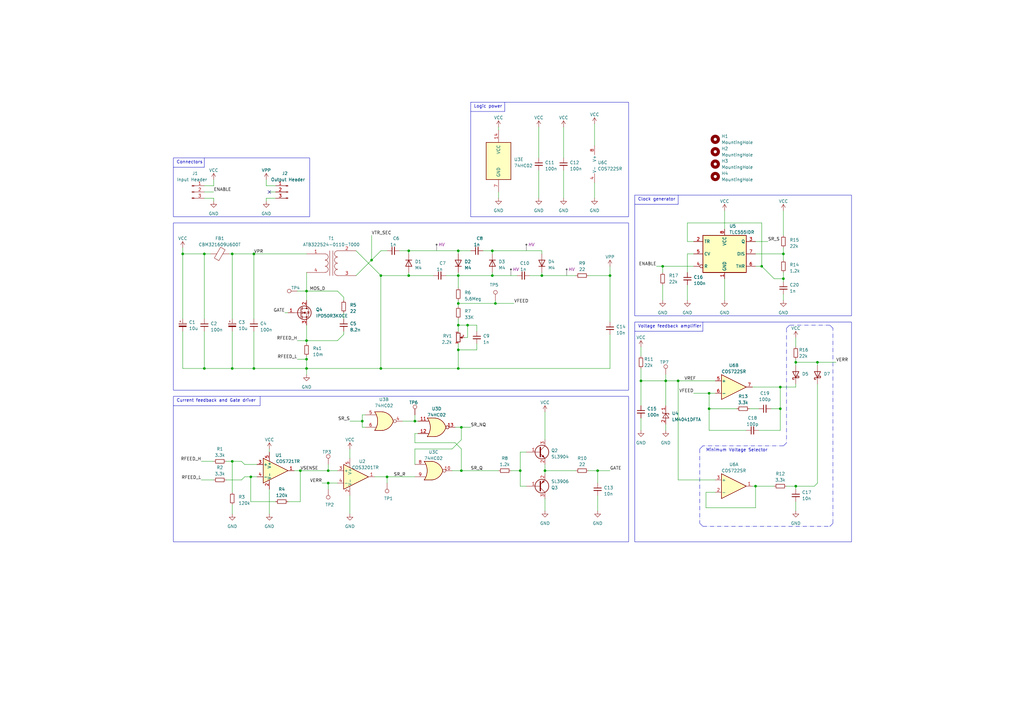
<source format=kicad_sch>
(kicad_sch (version 20230121) (generator eeschema)

  (uuid cbce1c9b-145a-4699-84cc-032e6740ebf0)

  (paper "A3")

  (title_block
    (title "170V Boost converter and controller")
    (rev "V1")
    (company "Alessandro Mauri")
  )

  

  (junction (at 134.62 198.12) (diameter 0) (color 0 0 0 0)
    (uuid 037bc7e2-60f8-4ad7-a79a-1ab5137811b4)
  )
  (junction (at 335.28 148.59) (diameter 0) (color 0 0 0 0)
    (uuid 05e7d7ef-d3ff-4c82-95b9-b7b1e2fd50e7)
  )
  (junction (at 222.25 113.03) (diameter 0) (color 0 0 0 0)
    (uuid 0aaa9dbb-41c4-4219-ae69-b112f6a86571)
  )
  (junction (at 321.31 114.3) (diameter 0) (color 0 0 0 0)
    (uuid 10585718-050b-4a64-9f3f-f980a51ababb)
  )
  (junction (at 187.96 124.46) (diameter 0) (color 0 0 0 0)
    (uuid 20649430-1e00-4e94-b285-1f369bfe7146)
  )
  (junction (at 83.82 151.13) (diameter 0) (color 0 0 0 0)
    (uuid 2181eb68-139d-495f-9818-9c3ef9ca9531)
  )
  (junction (at 104.14 151.13) (diameter 0) (color 0 0 0 0)
    (uuid 27f888b8-a6f7-4f8a-a863-c8aa21dddf3e)
  )
  (junction (at 187.96 143.51) (diameter 0) (color 0 0 0 0)
    (uuid 2e9cb789-cde9-4078-8927-8e4a92557746)
  )
  (junction (at 290.83 167.64) (diameter 0) (color 0 0 0 0)
    (uuid 35b7aeef-5d18-4d21-8433-d0d8ed5d7845)
  )
  (junction (at 201.93 113.03) (diameter 0) (color 0 0 0 0)
    (uuid 361a9328-8a96-4c03-b9f2-2500c1e13ad2)
  )
  (junction (at 326.39 199.39) (diameter 0) (color 0 0 0 0)
    (uuid 3ad35328-2380-4a9c-b7c9-232828ea2287)
  )
  (junction (at 102.87 195.58) (diameter 0) (color 0 0 0 0)
    (uuid 3c7252d8-e5c0-4d81-a767-3123adf75f81)
  )
  (junction (at 187.96 151.13) (diameter 0) (color 0 0 0 0)
    (uuid 3de06667-26d6-46a3-a9a7-fc3c8a39a876)
  )
  (junction (at 309.88 199.39) (diameter 0) (color 0 0 0 0)
    (uuid 3f433c90-6fc7-4eb6-8ee6-0083828d81e8)
  )
  (junction (at 123.19 193.04) (diameter 0) (color 0 0 0 0)
    (uuid 41b28f68-4cb2-4d88-ad48-124dc4e00531)
  )
  (junction (at 156.21 151.13) (diameter 0) (color 0 0 0 0)
    (uuid 446da3d9-efcb-45e5-b834-7f61beb212d6)
  )
  (junction (at 95.25 189.23) (diameter 0) (color 0 0 0 0)
    (uuid 48fd5879-d73a-4d58-a27d-e9ba564676d2)
  )
  (junction (at 245.11 193.04) (diameter 0) (color 0 0 0 0)
    (uuid 49c35e0a-6950-4b1c-9db0-92c4f39c8811)
  )
  (junction (at 191.77 133.35) (diameter 0) (color 0 0 0 0)
    (uuid 4b2ba0b4-7732-4a15-88f2-9a851e8ff6d0)
  )
  (junction (at 134.62 193.04) (diameter 0) (color 0 0 0 0)
    (uuid 4b7b5556-8f25-4d9d-a988-60a1365b03d9)
  )
  (junction (at 250.19 113.03) (diameter 0) (color 0 0 0 0)
    (uuid 4f7252f4-14df-464a-867f-bf7f4746796d)
  )
  (junction (at 320.04 158.75) (diameter 0) (color 0 0 0 0)
    (uuid 51394fd0-3264-4f25-aa12-ac5dd5051fc0)
  )
  (junction (at 167.64 102.87) (diameter 0) (color 0 0 0 0)
    (uuid 5d34ba1a-56cb-476f-94c8-31c261ad09a0)
  )
  (junction (at 213.36 193.04) (diameter 0) (color 0 0 0 0)
    (uuid 5d7c4d2a-3a2d-445f-b45f-16a90051a842)
  )
  (junction (at 167.64 113.03) (diameter 0) (color 0 0 0 0)
    (uuid 5f3d4238-30a3-4c77-87cc-0edd8d7530a0)
  )
  (junction (at 104.14 104.14) (diameter 0) (color 0 0 0 0)
    (uuid 63f041bd-9efb-4506-89d8-c45f072938e9)
  )
  (junction (at 187.96 102.87) (diameter 0) (color 0 0 0 0)
    (uuid 64b35b99-6ef3-4d08-96d4-c2f2f9452c24)
  )
  (junction (at 125.73 151.13) (diameter 0) (color 0 0 0 0)
    (uuid 7450e237-3542-484e-a401-90d6ed0cfa24)
  )
  (junction (at 95.25 104.14) (diameter 0) (color 0 0 0 0)
    (uuid 752c2214-81d8-4bd7-95fe-318e9cc56131)
  )
  (junction (at 152.4 106.68) (diameter 0) (color 0 0 0 0)
    (uuid 75f55b88-f0b7-49ad-a13a-06160ebfeaa6)
  )
  (junction (at 156.21 113.03) (diameter 0) (color 0 0 0 0)
    (uuid 8565dd7a-71ab-4a48-9a6f-17e035483375)
  )
  (junction (at 83.82 104.14) (diameter 0) (color 0 0 0 0)
    (uuid 87fe3f9a-74f6-4c69-8e3e-7cff88e3ec0e)
  )
  (junction (at 187.96 113.03) (diameter 0) (color 0 0 0 0)
    (uuid 8cef1d04-c561-41b0-9641-11b43ed34667)
  )
  (junction (at 320.04 167.64) (diameter 0) (color 0 0 0 0)
    (uuid 91e3bdd1-4c5f-4246-8087-9adcf40ad407)
  )
  (junction (at 189.23 175.26) (diameter 0) (color 0 0 0 0)
    (uuid 9ed8efc2-717d-41b2-88b3-d727a352b300)
  )
  (junction (at 273.05 156.21) (diameter 0) (color 0 0 0 0)
    (uuid a2cda6aa-ce7d-4fe5-a219-ae329e5f739e)
  )
  (junction (at 189.23 193.04) (diameter 0) (color 0 0 0 0)
    (uuid a5fea039-c385-49b1-9abf-4f2c3ff4c849)
  )
  (junction (at 201.93 102.87) (diameter 0) (color 0 0 0 0)
    (uuid ab3fefa5-034a-46b3-a75e-028955529cdf)
  )
  (junction (at 326.39 148.59) (diameter 0) (color 0 0 0 0)
    (uuid bd8a268b-a041-4de5-8ad2-e02c212a9143)
  )
  (junction (at 125.73 147.32) (diameter 0) (color 0 0 0 0)
    (uuid bedd0b38-829e-4bea-8bb2-924df70f622a)
  )
  (junction (at 321.31 104.14) (diameter 0) (color 0 0 0 0)
    (uuid bf82d548-c56f-4790-a8ea-8aa48d0af590)
  )
  (junction (at 148.59 172.72) (diameter 0) (color 0 0 0 0)
    (uuid bfb64b0f-1ebe-498c-9032-5c544cb4011f)
  )
  (junction (at 223.52 193.04) (diameter 0) (color 0 0 0 0)
    (uuid ca950303-0e30-4253-b242-d6c5e1b974e9)
  )
  (junction (at 74.93 104.14) (diameter 0) (color 0 0 0 0)
    (uuid d030cabf-a5ba-4963-adc7-858525385303)
  )
  (junction (at 271.78 109.22) (diameter 0) (color 0 0 0 0)
    (uuid d145e8ea-dc2f-4494-a989-f43e3a7df23b)
  )
  (junction (at 95.25 151.13) (diameter 0) (color 0 0 0 0)
    (uuid d595b2ef-bccf-4d7c-bc72-d82087674376)
  )
  (junction (at 262.89 156.21) (diameter 0) (color 0 0 0 0)
    (uuid db9fd39a-5cb4-4f72-84b4-cb9c1c251920)
  )
  (junction (at 290.83 161.29) (diameter 0) (color 0 0 0 0)
    (uuid dd891383-b55e-443d-b533-88569e3671ea)
  )
  (junction (at 158.75 195.58) (diameter 0) (color 0 0 0 0)
    (uuid e0b7f66a-38bf-4f60-8657-7d50d73b8c76)
  )
  (junction (at 187.96 133.35) (diameter 0) (color 0 0 0 0)
    (uuid e1617fd2-c844-49a0-b380-62ff52275dcd)
  )
  (junction (at 170.18 172.72) (diameter 0) (color 0 0 0 0)
    (uuid e1720c9b-aa74-443c-ac64-ffc36994908c)
  )
  (junction (at 278.13 156.21) (diameter 0) (color 0 0 0 0)
    (uuid e4c81687-4498-4523-ba06-5b9afcd96b0e)
  )
  (junction (at 125.73 119.38) (diameter 0) (color 0 0 0 0)
    (uuid e4f336fa-9732-4bba-9e89-8ca39e856c51)
  )
  (junction (at 125.73 139.7) (diameter 0) (color 0 0 0 0)
    (uuid e87291da-ee9b-4258-beae-2dd05c4ee409)
  )
  (junction (at 203.2 124.46) (diameter 0) (color 0 0 0 0)
    (uuid e9606684-adf5-4413-b59e-541063aae562)
  )
  (junction (at 312.42 109.22) (diameter 0) (color 0 0 0 0)
    (uuid ff71b40a-9674-48b2-b6bb-bf5857f8504d)
  )

  (no_connect (at 110.49 78.74) (uuid 78bbbfb7-ca68-41e2-b68d-166d6bed0f39))

  (wire (pts (xy 189.23 184.15) (xy 189.23 193.04))
    (stroke (width 0) (type default))
    (uuid 0116daf0-5ae0-487c-9bb4-b0f552da91cf)
  )
  (wire (pts (xy 92.71 189.23) (xy 95.25 189.23))
    (stroke (width 0) (type default))
    (uuid 029d30c4-19d2-49db-94b9-61b8a5c424bd)
  )
  (wire (pts (xy 74.93 104.14) (xy 74.93 130.81))
    (stroke (width 0) (type default))
    (uuid 0523a9a6-9760-4433-9490-9db5ea44377a)
  )
  (wire (pts (xy 309.88 109.22) (xy 312.42 109.22))
    (stroke (width 0) (type default))
    (uuid 0546260d-5e28-4b62-b2bd-4c05a80a9019)
  )
  (wire (pts (xy 140.97 137.16) (xy 138.43 139.7))
    (stroke (width 0) (type default))
    (uuid 059008a1-6aee-4c3f-b695-1e7a6c43459c)
  )
  (wire (pts (xy 273.05 156.21) (xy 273.05 166.37))
    (stroke (width 0) (type default))
    (uuid 06b88a68-cc3b-4266-a3d9-2ea372e7e58d)
  )
  (wire (pts (xy 191.77 133.35) (xy 191.77 138.43))
    (stroke (width 0) (type default))
    (uuid 07cce6de-5d8b-4fcd-9375-d7c8445ab389)
  )
  (wire (pts (xy 187.96 102.87) (xy 187.96 104.14))
    (stroke (width 0) (type default))
    (uuid 07d0c83b-d465-4260-af0d-9562fcc7ea54)
  )
  (wire (pts (xy 269.24 109.22) (xy 271.78 109.22))
    (stroke (width 0) (type default))
    (uuid 082275df-5e1c-419e-a647-6b7a9ace55bb)
  )
  (wire (pts (xy 170.18 170.18) (xy 170.18 172.72))
    (stroke (width 0) (type default))
    (uuid 08dc4543-eb54-4d94-8839-915bd10a397c)
  )
  (polyline (pts (xy 287.02 214.63) (xy 288.29 215.9))
    (stroke (width 0) (type dash_dot))
    (uuid 0aa8aaea-51fc-4ac0-9c7b-15788f800b12)
  )

  (wire (pts (xy 170.18 184.15) (xy 185.42 184.15))
    (stroke (width 0) (type default))
    (uuid 0ad95cde-65e6-4e14-81a7-16780057154f)
  )
  (wire (pts (xy 132.08 198.12) (xy 134.62 198.12))
    (stroke (width 0) (type default))
    (uuid 0c3f23cb-6f7e-4585-af67-e252b7c1627d)
  )
  (wire (pts (xy 92.71 196.85) (xy 99.06 196.85))
    (stroke (width 0) (type default))
    (uuid 0cb45fac-a2c4-4b4f-9d9b-58849e00dbc9)
  )
  (wire (pts (xy 326.39 147.32) (xy 326.39 148.59))
    (stroke (width 0) (type default))
    (uuid 0d6a0d43-0047-4710-ba15-8d907f290897)
  )
  (wire (pts (xy 290.83 176.53) (xy 306.07 176.53))
    (stroke (width 0) (type default))
    (uuid 0ded2909-bf29-4026-857e-ea158000a96a)
  )
  (wire (pts (xy 125.73 146.05) (xy 125.73 147.32))
    (stroke (width 0) (type default))
    (uuid 0fe09758-33d1-4565-86f5-616694ebfcb3)
  )
  (wire (pts (xy 271.78 116.84) (xy 271.78 123.19))
    (stroke (width 0) (type default))
    (uuid 1019c5cb-a2ab-40b5-85ff-1735d6a0638f)
  )
  (polyline (pts (xy 340.36 215.9) (xy 341.63 214.63))
    (stroke (width 0) (type dash_dot))
    (uuid 10c592a9-c317-4ffd-a369-e15b603c2f8d)
  )

  (wire (pts (xy 241.3 113.03) (xy 250.19 113.03))
    (stroke (width 0) (type default))
    (uuid 11134033-96bb-4b28-8df1-9c7ec1f76c7b)
  )
  (wire (pts (xy 156.21 113.03) (xy 167.64 113.03))
    (stroke (width 0) (type default))
    (uuid 114b4a40-17c1-42a3-b10e-c3e42d50915f)
  )
  (wire (pts (xy 93.98 104.14) (xy 95.25 104.14))
    (stroke (width 0) (type default))
    (uuid 11618ab3-0776-422e-8e53-a082be85b8bd)
  )
  (wire (pts (xy 185.42 193.04) (xy 189.23 193.04))
    (stroke (width 0) (type default))
    (uuid 11978129-f97f-4579-92fc-6ecae7caeb0d)
  )
  (wire (pts (xy 134.62 198.12) (xy 138.43 198.12))
    (stroke (width 0) (type default))
    (uuid 11f4312a-b18f-43a6-b47f-197e2a5921f3)
  )
  (wire (pts (xy 167.64 113.03) (xy 177.8 113.03))
    (stroke (width 0) (type default))
    (uuid 1236f8bc-1321-44da-988f-3eb1e9fd1d8e)
  )
  (wire (pts (xy 187.96 143.51) (xy 195.58 143.51))
    (stroke (width 0) (type default))
    (uuid 12bc9f8b-44dd-4e02-993e-e38727921858)
  )
  (wire (pts (xy 110.49 78.74) (xy 113.03 78.74))
    (stroke (width 0) (type default))
    (uuid 13a5eaea-0762-40ef-b42d-213d4fb67283)
  )
  (wire (pts (xy 187.96 140.97) (xy 187.96 143.51))
    (stroke (width 0) (type default))
    (uuid 13f75b46-4163-47ad-a90e-f3f148a64483)
  )
  (wire (pts (xy 125.73 119.38) (xy 125.73 123.19))
    (stroke (width 0) (type default))
    (uuid 148cc764-d17c-4b63-834d-ab40c327dd8e)
  )
  (wire (pts (xy 125.73 151.13) (xy 125.73 153.67))
    (stroke (width 0) (type default))
    (uuid 1653827a-1132-42b1-be9f-0482b3fe7541)
  )
  (wire (pts (xy 140.97 121.92) (xy 138.43 119.38))
    (stroke (width 0) (type default))
    (uuid 16f878cd-68b5-45fd-9e23-aa697ad549e0)
  )
  (wire (pts (xy 95.25 207.01) (xy 95.25 210.82))
    (stroke (width 0) (type default))
    (uuid 180881a4-44c6-4792-b00a-8cc125de0b2e)
  )
  (wire (pts (xy 309.88 199.39) (xy 317.5 199.39))
    (stroke (width 0) (type default))
    (uuid 18dcd814-b713-4907-91fe-6075d789d0bb)
  )
  (wire (pts (xy 187.96 124.46) (xy 187.96 125.73))
    (stroke (width 0) (type default))
    (uuid 1b1c2b6a-c614-44f1-9c1c-7566901bcbf2)
  )
  (polyline (pts (xy 323.85 133.35) (xy 322.58 134.62))
    (stroke (width 0) (type dash_dot))
    (uuid 1b4f8558-ffed-4834-aabc-6128bc1ff631)
  )

  (wire (pts (xy 189.23 175.26) (xy 189.23 180.34))
    (stroke (width 0) (type default))
    (uuid 1b5dfe4c-25dd-477f-8bb8-3b572a928085)
  )
  (wire (pts (xy 146.05 102.87) (xy 156.21 113.03))
    (stroke (width 0) (type default))
    (uuid 1d7c7f4e-5486-4a19-b25a-70bb36be51e3)
  )
  (polyline (pts (xy 322.58 134.62) (xy 322.58 181.61))
    (stroke (width 0) (type dash_dot))
    (uuid 1dac0dd4-cc3f-47c3-bfc4-dcaaf515b961)
  )
  (polyline (pts (xy 341.63 214.63) (xy 341.63 134.62))
    (stroke (width 0) (type dash_dot))
    (uuid 1fc58c0d-8b7e-408c-b537-38ba98dc34e8)
  )
  (polyline (pts (xy 71.12 166.37) (xy 106.68 166.37))
    (stroke (width 0) (type default))
    (uuid 22a94817-e476-47d8-b824-12ffffd61574)
  )

  (wire (pts (xy 95.25 189.23) (xy 95.25 201.93))
    (stroke (width 0) (type default))
    (uuid 240258d7-8ff0-4b91-b80f-0177e8175b25)
  )
  (wire (pts (xy 123.19 193.04) (xy 134.62 193.04))
    (stroke (width 0) (type default))
    (uuid 24b1edf6-75ff-4d48-8225-050183435429)
  )
  (wire (pts (xy 186.69 175.26) (xy 189.23 175.26))
    (stroke (width 0) (type default))
    (uuid 24d0f39a-f271-4e1c-82ee-c64fa35041d9)
  )
  (wire (pts (xy 187.96 113.03) (xy 201.93 113.03))
    (stroke (width 0) (type default))
    (uuid 259fb412-9472-49e6-9659-158a12bdf00c)
  )
  (wire (pts (xy 156.21 151.13) (xy 187.96 151.13))
    (stroke (width 0) (type default))
    (uuid 2aacb643-24ba-4ea8-98fd-db3afc18239a)
  )
  (wire (pts (xy 148.59 175.26) (xy 149.86 175.26))
    (stroke (width 0) (type default))
    (uuid 2b0be129-9c63-4907-9b1d-6c60ba7a410b)
  )
  (wire (pts (xy 109.22 81.28) (xy 113.03 81.28))
    (stroke (width 0) (type default))
    (uuid 2b5bd6e1-8549-4af2-8aae-90de48e3e8b0)
  )
  (wire (pts (xy 190.5 138.43) (xy 191.77 138.43))
    (stroke (width 0) (type default))
    (uuid 2b85d2a6-08a7-450b-9b0b-62556a4db3e1)
  )
  (wire (pts (xy 83.82 104.14) (xy 86.36 104.14))
    (stroke (width 0) (type default))
    (uuid 2c8cf957-4f74-43bb-8183-63c127ac34a2)
  )
  (wire (pts (xy 125.73 139.7) (xy 138.43 139.7))
    (stroke (width 0) (type default))
    (uuid 2d58286d-582b-49c1-8a2f-f15e748d074b)
  )
  (wire (pts (xy 243.84 50.8) (xy 243.84 59.69))
    (stroke (width 0) (type default))
    (uuid 2dec5d8b-a214-4b57-8337-261a4a0e2bcb)
  )
  (wire (pts (xy 320.04 158.75) (xy 326.39 158.75))
    (stroke (width 0) (type default))
    (uuid 2f3e1ba0-6426-404e-a702-36b79b2e4cfd)
  )
  (wire (pts (xy 95.25 104.14) (xy 95.25 130.81))
    (stroke (width 0) (type default))
    (uuid 317de16a-fbfa-48f1-86e3-11801cd44095)
  )
  (wire (pts (xy 102.87 195.58) (xy 102.87 205.74))
    (stroke (width 0) (type default))
    (uuid 32b2e9eb-dc25-4f96-ba9e-144ea9e71ba9)
  )
  (wire (pts (xy 102.87 205.74) (xy 113.03 205.74))
    (stroke (width 0) (type default))
    (uuid 35426e01-d3d4-4f94-aa27-6dfb3d8ee661)
  )
  (wire (pts (xy 83.82 151.13) (xy 95.25 151.13))
    (stroke (width 0) (type default))
    (uuid 36b59985-bd32-4696-acc2-3fdfcec0b6a0)
  )
  (wire (pts (xy 104.14 104.14) (xy 104.14 130.81))
    (stroke (width 0) (type default))
    (uuid 36f209b2-f25c-4850-8cf0-0a3108451c17)
  )
  (wire (pts (xy 74.93 101.6) (xy 74.93 104.14))
    (stroke (width 0) (type default))
    (uuid 370d0da6-7c7c-4cc8-9c89-1ec4079e1945)
  )
  (wire (pts (xy 152.4 96.52) (xy 152.4 106.68))
    (stroke (width 0) (type default))
    (uuid 38c75e5c-d0b3-411a-96c4-097dd7ae1f59)
  )
  (wire (pts (xy 74.93 135.89) (xy 74.93 151.13))
    (stroke (width 0) (type default))
    (uuid 38fc6213-775e-4097-b70f-fb43e1c2eb70)
  )
  (wire (pts (xy 95.25 151.13) (xy 104.14 151.13))
    (stroke (width 0) (type default))
    (uuid 39d96483-185a-4ac9-8ee6-211ef0558c0b)
  )
  (wire (pts (xy 87.63 81.28) (xy 87.63 82.55))
    (stroke (width 0) (type default))
    (uuid 3aec9869-d135-4a45-895c-8c361cbcc68e)
  )
  (wire (pts (xy 95.25 104.14) (xy 104.14 104.14))
    (stroke (width 0) (type default))
    (uuid 3ba0907d-5215-40b6-9c7f-feb2c78d2956)
  )
  (wire (pts (xy 167.64 102.87) (xy 187.96 102.87))
    (stroke (width 0) (type default))
    (uuid 3c1c91a2-9b3d-4dd9-8f40-431bfef7c171)
  )
  (wire (pts (xy 187.96 133.35) (xy 187.96 135.89))
    (stroke (width 0) (type default))
    (uuid 3c6a54c5-e45f-4dce-ba58-12a5e36ec899)
  )
  (wire (pts (xy 217.17 113.03) (xy 222.25 113.03))
    (stroke (width 0) (type default))
    (uuid 3ce797c6-6d59-40ed-90c2-b0cdc7843150)
  )
  (wire (pts (xy 326.39 199.39) (xy 326.39 200.66))
    (stroke (width 0) (type default))
    (uuid 3e801497-4719-481c-ade8-06f4a4f756c8)
  )
  (wire (pts (xy 125.73 111.76) (xy 125.73 119.38))
    (stroke (width 0) (type default))
    (uuid 3f6b02a8-c747-4473-b23c-374fc846daec)
  )
  (polyline (pts (xy 71.12 68.58) (xy 83.82 68.58))
    (stroke (width 0) (type default))
    (uuid 41062b12-b46b-4955-b9eb-f048e2454191)
  )

  (wire (pts (xy 326.39 158.75) (xy 326.39 157.48))
    (stroke (width 0) (type default))
    (uuid 412dc3ad-a65c-4b21-b4ee-aee881d4b377)
  )
  (wire (pts (xy 231.14 69.85) (xy 231.14 81.28))
    (stroke (width 0) (type default))
    (uuid 424845c2-c144-486f-944b-d11958b06609)
  )
  (wire (pts (xy 143.51 203.2) (xy 143.51 210.82))
    (stroke (width 0) (type default))
    (uuid 428d6fba-79f3-4e01-a6e2-bd65e798cb4d)
  )
  (wire (pts (xy 195.58 133.35) (xy 195.58 135.89))
    (stroke (width 0) (type default))
    (uuid 437084c6-869b-405f-be58-f7d4ad1d5ed5)
  )
  (wire (pts (xy 222.25 113.03) (xy 236.22 113.03))
    (stroke (width 0) (type default))
    (uuid 4594d987-cb70-4ced-aa6e-3c4cc651b100)
  )
  (wire (pts (xy 320.04 158.75) (xy 320.04 167.64))
    (stroke (width 0) (type default))
    (uuid 460597f8-0978-46d5-91fa-96d82ad4d837)
  )
  (wire (pts (xy 278.13 156.21) (xy 278.13 196.85))
    (stroke (width 0) (type default))
    (uuid 4655cf7f-3543-4ed1-8345-4d42bad3325e)
  )
  (wire (pts (xy 284.48 161.29) (xy 290.83 161.29))
    (stroke (width 0) (type default))
    (uuid 47117b89-1713-4a28-9781-2169736b56e6)
  )
  (wire (pts (xy 281.94 91.44) (xy 281.94 99.06))
    (stroke (width 0) (type default))
    (uuid 47bf9120-edca-4953-b776-2032447e4f4f)
  )
  (wire (pts (xy 116.84 128.27) (xy 118.11 128.27))
    (stroke (width 0) (type default))
    (uuid 48b9c60d-cd8f-4240-9351-9da8da86d867)
  )
  (polyline (pts (xy 322.58 181.61) (xy 321.31 182.88))
    (stroke (width 0) (type dash_dot))
    (uuid 49762f6f-d9a8-4346-b1a6-62bcee5ff5da)
  )

  (wire (pts (xy 262.89 156.21) (xy 262.89 166.37))
    (stroke (width 0) (type default))
    (uuid 4a078500-bb9a-45dd-ab74-840667a2630d)
  )
  (wire (pts (xy 271.78 109.22) (xy 284.48 109.22))
    (stroke (width 0) (type default))
    (uuid 4d2dff06-6f13-43b7-8ebd-9e7f7b7267cb)
  )
  (wire (pts (xy 99.06 196.85) (xy 100.33 195.58))
    (stroke (width 0) (type default))
    (uuid 4e362d86-ebd8-44f2-a941-ee81112a437e)
  )
  (wire (pts (xy 167.64 102.87) (xy 167.64 104.14))
    (stroke (width 0) (type default))
    (uuid 4ee770bc-7312-4f18-aa2f-8da8bb3b3587)
  )
  (wire (pts (xy 220.98 52.07) (xy 220.98 64.77))
    (stroke (width 0) (type default))
    (uuid 4efc5cfd-f9b7-433c-8c85-58342a0e6e1c)
  )
  (wire (pts (xy 309.88 104.14) (xy 321.31 104.14))
    (stroke (width 0) (type default))
    (uuid 4f0492aa-d354-4a2f-957a-b0c16661933b)
  )
  (polyline (pts (xy 106.68 162.56) (xy 106.68 166.37))
    (stroke (width 0) (type default))
    (uuid 4f4aa186-90c6-4f6c-8f26-badd20d091a9)
  )

  (wire (pts (xy 121.92 139.7) (xy 125.73 139.7))
    (stroke (width 0) (type default))
    (uuid 50b82c17-e83d-4419-b7ef-7a9b9aa3fdd3)
  )
  (wire (pts (xy 204.47 52.07) (xy 204.47 53.34))
    (stroke (width 0) (type default))
    (uuid 50cd578b-2036-4880-b613-af1075a8cde1)
  )
  (wire (pts (xy 120.65 193.04) (xy 123.19 193.04))
    (stroke (width 0) (type default))
    (uuid 5151bba6-b64a-4612-8af3-3310311fc467)
  )
  (wire (pts (xy 317.5 114.3) (xy 321.31 114.3))
    (stroke (width 0) (type default))
    (uuid 5266b4eb-34e6-4cf9-bb39-b0a6727956ee)
  )
  (wire (pts (xy 278.13 156.21) (xy 293.37 156.21))
    (stroke (width 0) (type default))
    (uuid 5375a4da-8b77-499f-b340-cbcb72768492)
  )
  (wire (pts (xy 187.96 130.81) (xy 187.96 133.35))
    (stroke (width 0) (type default))
    (uuid 55030f98-e02c-4d39-bf63-7c5760d0a68b)
  )
  (wire (pts (xy 222.25 111.76) (xy 222.25 113.03))
    (stroke (width 0) (type default))
    (uuid 55413978-7918-46e9-b3ea-fe6f8594e830)
  )
  (wire (pts (xy 262.89 142.24) (xy 262.89 146.05))
    (stroke (width 0) (type default))
    (uuid 55df151d-23b1-4146-a716-ac53d415bc0f)
  )
  (wire (pts (xy 187.96 102.87) (xy 193.04 102.87))
    (stroke (width 0) (type default))
    (uuid 57991b58-72b3-4eb2-bbf5-2466f4875c01)
  )
  (wire (pts (xy 278.13 196.85) (xy 293.37 196.85))
    (stroke (width 0) (type default))
    (uuid 57a25f6f-6c8f-4e50-b7ff-4ef20ca11ec5)
  )
  (polyline (pts (xy 83.82 64.77) (xy 83.82 68.58))
    (stroke (width 0) (type default))
    (uuid 57b11b2e-f075-4afd-92af-d4263ef019b0)
  )

  (wire (pts (xy 125.73 119.38) (xy 138.43 119.38))
    (stroke (width 0) (type default))
    (uuid 5880a721-586a-4e82-a14e-cc7751e6ad60)
  )
  (wire (pts (xy 321.31 101.6) (xy 321.31 104.14))
    (stroke (width 0) (type default))
    (uuid 591600ea-a007-4d6b-b115-08a50c84d794)
  )
  (polyline (pts (xy 260.35 83.82) (xy 278.13 83.82))
    (stroke (width 0) (type default))
    (uuid 5a035c1a-d949-4076-8323-d60668843d95)
  )

  (wire (pts (xy 82.55 189.23) (xy 87.63 189.23))
    (stroke (width 0) (type default))
    (uuid 5c4f449d-a203-4cde-a34c-92146cfb0ea8)
  )
  (wire (pts (xy 134.62 198.12) (xy 134.62 200.66))
    (stroke (width 0) (type default))
    (uuid 5d7abf0a-f885-45f7-9bfd-4d16c20f2c36)
  )
  (wire (pts (xy 121.92 147.32) (xy 125.73 147.32))
    (stroke (width 0) (type default))
    (uuid 608a5d5c-655c-49e0-be80-43a96642975b)
  )
  (wire (pts (xy 95.25 135.89) (xy 95.25 151.13))
    (stroke (width 0) (type default))
    (uuid 60fa5496-94d3-45ba-9107-7a8062464098)
  )
  (wire (pts (xy 222.25 102.87) (xy 222.25 104.14))
    (stroke (width 0) (type default))
    (uuid 6121b43d-bae3-4628-bc94-663c45d194e3)
  )
  (wire (pts (xy 82.55 196.85) (xy 87.63 196.85))
    (stroke (width 0) (type default))
    (uuid 61ae674b-df63-4062-a6c0-bd0872701c30)
  )
  (wire (pts (xy 273.05 153.67) (xy 273.05 156.21))
    (stroke (width 0) (type default))
    (uuid 62ea33ce-366b-4c6e-95b3-2236f71351d5)
  )
  (wire (pts (xy 271.78 109.22) (xy 271.78 111.76))
    (stroke (width 0) (type default))
    (uuid 63bb21ae-d8c4-49ca-aaf9-0fda339efa16)
  )
  (wire (pts (xy 321.31 104.14) (xy 321.31 106.68))
    (stroke (width 0) (type default))
    (uuid 655f1ba9-e3dc-4553-b6b8-4048c387926d)
  )
  (wire (pts (xy 223.52 190.5) (xy 223.52 193.04))
    (stroke (width 0) (type default))
    (uuid 656efe0e-aae8-4694-9dcf-fb25c0a10b7b)
  )
  (wire (pts (xy 201.93 111.76) (xy 201.93 113.03))
    (stroke (width 0) (type default))
    (uuid 662fb48d-9f3a-4f82-8a77-65bf63091b9a)
  )
  (wire (pts (xy 289.56 201.93) (xy 289.56 208.28))
    (stroke (width 0) (type default))
    (uuid 6a8fbae5-365a-4416-871a-74d01b4d246a)
  )
  (wire (pts (xy 201.93 113.03) (xy 212.09 113.03))
    (stroke (width 0) (type default))
    (uuid 6b38e574-e036-4df1-808b-4e4e90a45dbe)
  )
  (wire (pts (xy 213.36 185.42) (xy 215.9 185.42))
    (stroke (width 0) (type default))
    (uuid 6b537cea-10d5-441f-9bad-8aab7a184d6b)
  )
  (wire (pts (xy 143.51 184.15) (xy 143.51 187.96))
    (stroke (width 0) (type default))
    (uuid 6b6251aa-8087-407d-80f6-fb9fcdae1f81)
  )
  (wire (pts (xy 320.04 176.53) (xy 320.04 167.64))
    (stroke (width 0) (type default))
    (uuid 70d999ed-ec10-47e2-9db2-eb3c39553d7f)
  )
  (wire (pts (xy 321.31 86.36) (xy 321.31 96.52))
    (stroke (width 0) (type default))
    (uuid 7353ebd9-f067-4aaf-bf5c-f7a19f4979b1)
  )
  (wire (pts (xy 312.42 109.22) (xy 317.5 114.3))
    (stroke (width 0) (type default))
    (uuid 76d93c65-f65c-467f-a209-f9718549da14)
  )
  (polyline (pts (xy 341.63 134.62) (xy 340.36 133.35))
    (stroke (width 0) (type dash_dot))
    (uuid 77a200de-859f-486f-a01f-808861bb8c98)
  )

  (wire (pts (xy 134.62 193.04) (xy 138.43 193.04))
    (stroke (width 0) (type default))
    (uuid 794dd129-c36d-4f3b-a026-dc0532d8275c)
  )
  (wire (pts (xy 187.96 151.13) (xy 250.19 151.13))
    (stroke (width 0) (type default))
    (uuid 79b06e89-8c2c-41d7-be50-e4f80fc868c9)
  )
  (wire (pts (xy 74.93 151.13) (xy 83.82 151.13))
    (stroke (width 0) (type default))
    (uuid 7a3f6ed0-51cf-4a50-a7f2-ba7016149cf1)
  )
  (wire (pts (xy 297.18 86.36) (xy 297.18 93.98))
    (stroke (width 0) (type default))
    (uuid 7aa64d97-9325-4867-9021-4aa1cef5c146)
  )
  (wire (pts (xy 198.12 102.87) (xy 201.93 102.87))
    (stroke (width 0) (type default))
    (uuid 7ba3fc87-37df-47f5-be9e-331094b0e555)
  )
  (wire (pts (xy 308.61 199.39) (xy 309.88 199.39))
    (stroke (width 0) (type default))
    (uuid 7c819137-f2d0-44a8-b3c4-c93ee21c2b4c)
  )
  (wire (pts (xy 182.88 113.03) (xy 187.96 113.03))
    (stroke (width 0) (type default))
    (uuid 7e4e3a82-f188-47a4-9c4d-a0dedfac9a78)
  )
  (wire (pts (xy 326.39 138.43) (xy 326.39 142.24))
    (stroke (width 0) (type default))
    (uuid 7fb6ed98-2d46-454a-a868-efe4d1d36c9d)
  )
  (wire (pts (xy 100.33 190.5) (xy 105.41 190.5))
    (stroke (width 0) (type default))
    (uuid 7fdeeab5-4df9-4449-89e3-204426839230)
  )
  (wire (pts (xy 158.75 195.58) (xy 158.75 198.12))
    (stroke (width 0) (type default))
    (uuid 807c60e5-8817-4583-a1f3-029d37a147f1)
  )
  (wire (pts (xy 87.63 73.66) (xy 87.63 76.2))
    (stroke (width 0) (type default))
    (uuid 82096a7c-a616-4e5d-a56b-f3c8a9e99c2e)
  )
  (wire (pts (xy 326.39 148.59) (xy 326.39 149.86))
    (stroke (width 0) (type default))
    (uuid 82369518-29a4-425a-b19b-e2fccde0b9bc)
  )
  (wire (pts (xy 110.49 200.66) (xy 110.49 210.82))
    (stroke (width 0) (type default))
    (uuid 83ac3fa6-f487-4cfd-ac26-e260e8561a8f)
  )
  (wire (pts (xy 187.96 111.76) (xy 187.96 113.03))
    (stroke (width 0) (type default))
    (uuid 84166364-529d-464b-b84b-3c6db2df2b98)
  )
  (wire (pts (xy 262.89 151.13) (xy 262.89 156.21))
    (stroke (width 0) (type default))
    (uuid 8454cb43-4e06-4c44-a34d-09885e20a869)
  )
  (wire (pts (xy 289.56 208.28) (xy 309.88 208.28))
    (stroke (width 0) (type default))
    (uuid 84f19c2e-acd2-4298-bd7d-3b4ad9ac2536)
  )
  (wire (pts (xy 74.93 104.14) (xy 83.82 104.14))
    (stroke (width 0) (type default))
    (uuid 85d20927-3059-40fb-8b91-afa1fd50fb47)
  )
  (wire (pts (xy 187.96 143.51) (xy 187.96 151.13))
    (stroke (width 0) (type default))
    (uuid 86de7966-3d9d-41ee-9e71-1f73b38cb5fb)
  )
  (wire (pts (xy 204.47 78.74) (xy 204.47 81.28))
    (stroke (width 0) (type default))
    (uuid 88608f3d-f759-4746-b90f-bbe9bde7ae36)
  )
  (wire (pts (xy 290.83 167.64) (xy 302.26 167.64))
    (stroke (width 0) (type default))
    (uuid 891c50b1-af13-41bd-8406-7af164d8a6ee)
  )
  (wire (pts (xy 125.73 151.13) (xy 156.21 151.13))
    (stroke (width 0) (type default))
    (uuid 8a2844dc-d439-48ff-801c-cae4975734e1)
  )
  (wire (pts (xy 281.94 104.14) (xy 284.48 104.14))
    (stroke (width 0) (type default))
    (uuid 8cbfa957-862e-48a1-b82e-3c4163ea1f6c)
  )
  (wire (pts (xy 223.52 193.04) (xy 236.22 193.04))
    (stroke (width 0) (type default))
    (uuid 8ce4890c-98ad-4f5a-848c-271ac1e707a2)
  )
  (wire (pts (xy 148.59 172.72) (xy 148.59 175.26))
    (stroke (width 0) (type default))
    (uuid 8d83422e-31ca-4f54-835e-eda90920aa8f)
  )
  (wire (pts (xy 104.14 135.89) (xy 104.14 151.13))
    (stroke (width 0) (type default))
    (uuid 8d9aca6d-44d8-48fd-bb19-633f3faae9a0)
  )
  (wire (pts (xy 209.55 193.04) (xy 213.36 193.04))
    (stroke (width 0) (type default))
    (uuid 8e18a61f-2640-451a-9751-e1ba7cd4b848)
  )
  (wire (pts (xy 326.39 205.74) (xy 326.39 209.55))
    (stroke (width 0) (type default))
    (uuid 8e8eb6f6-6dd9-44fb-a908-707a86ce2a45)
  )
  (wire (pts (xy 250.19 113.03) (xy 250.19 132.08))
    (stroke (width 0) (type default))
    (uuid 8eebb118-5811-4bd9-bf74-6432c1126b0f)
  )
  (wire (pts (xy 308.61 158.75) (xy 320.04 158.75))
    (stroke (width 0) (type default))
    (uuid 8eff4edd-bf72-4e1e-b3d5-a43254d94cf8)
  )
  (wire (pts (xy 109.22 81.28) (xy 109.22 82.55))
    (stroke (width 0) (type default))
    (uuid 8f3503d3-b43a-4ad0-afbc-4dcc49ceb7a4)
  )
  (wire (pts (xy 326.39 148.59) (xy 335.28 148.59))
    (stroke (width 0) (type default))
    (uuid 904d9f1b-b210-47cd-8f69-f96637537715)
  )
  (wire (pts (xy 148.59 170.18) (xy 148.59 172.72))
    (stroke (width 0) (type default))
    (uuid 90cd9466-1747-4424-87f4-0f17ad1bd95a)
  )
  (wire (pts (xy 109.22 73.66) (xy 109.22 76.2))
    (stroke (width 0) (type default))
    (uuid 91b4f5a0-d198-47d5-8083-09b76efc29aa)
  )
  (wire (pts (xy 321.31 120.65) (xy 321.31 123.19))
    (stroke (width 0) (type default))
    (uuid 956e40d3-ab85-41f9-a52c-05c09848433f)
  )
  (wire (pts (xy 322.58 199.39) (xy 326.39 199.39))
    (stroke (width 0) (type default))
    (uuid 960f2056-974c-4211-b52f-a70422d603a6)
  )
  (wire (pts (xy 125.73 133.35) (xy 125.73 139.7))
    (stroke (width 0) (type default))
    (uuid 96d2eb72-ddfe-4a8b-a73f-ced9782e0373)
  )
  (wire (pts (xy 121.92 119.38) (xy 125.73 119.38))
    (stroke (width 0) (type default))
    (uuid 97718e05-e435-49da-9c22-942187cb8945)
  )
  (wire (pts (xy 311.15 176.53) (xy 320.04 176.53))
    (stroke (width 0) (type default))
    (uuid 98d376d6-cb93-47ad-96fc-c045a0837405)
  )
  (wire (pts (xy 297.18 114.3) (xy 297.18 123.19))
    (stroke (width 0) (type default))
    (uuid 99ac82c2-316d-44f6-b039-13725946e5d4)
  )
  (wire (pts (xy 118.11 205.74) (xy 123.19 205.74))
    (stroke (width 0) (type default))
    (uuid 9c146bbf-bec0-4840-9460-7d7738ff1751)
  )
  (wire (pts (xy 187.96 113.03) (xy 187.96 118.11))
    (stroke (width 0) (type default))
    (uuid 9fb26078-0471-4fce-a1fc-60a88973f16a)
  )
  (wire (pts (xy 223.52 168.91) (xy 223.52 180.34))
    (stroke (width 0) (type default))
    (uuid a4989d8e-5b08-486a-b137-ade0a598e5eb)
  )
  (wire (pts (xy 83.82 104.14) (xy 83.82 130.81))
    (stroke (width 0) (type default))
    (uuid a4d24d05-9c50-49f7-8e80-e77b081d75c9)
  )
  (wire (pts (xy 203.2 124.46) (xy 210.82 124.46))
    (stroke (width 0) (type default))
    (uuid a56b6b71-3bd2-4527-b434-d70fa521b50d)
  )
  (wire (pts (xy 281.94 116.84) (xy 281.94 123.19))
    (stroke (width 0) (type default))
    (uuid a927ec6a-220d-4252-9884-daf8c7d90bd4)
  )
  (wire (pts (xy 170.18 184.15) (xy 170.18 190.5))
    (stroke (width 0) (type default))
    (uuid a955446a-b583-4dca-8c82-5909788e9049)
  )
  (wire (pts (xy 335.28 198.12) (xy 334.01 199.39))
    (stroke (width 0) (type default))
    (uuid a9b8c486-d1d6-4827-b7a4-2e7d5cac5abf)
  )
  (wire (pts (xy 167.64 111.76) (xy 167.64 113.03))
    (stroke (width 0) (type default))
    (uuid ad55d248-a1a5-4d44-936b-7f9ac8162f80)
  )
  (wire (pts (xy 335.28 157.48) (xy 335.28 198.12))
    (stroke (width 0) (type default))
    (uuid ae3ccf0c-2e35-4324-b060-e55bd48f5d5e)
  )
  (wire (pts (xy 316.23 167.64) (xy 320.04 167.64))
    (stroke (width 0) (type default))
    (uuid af40ce15-9533-48bf-b21a-c7ef944b3d3c)
  )
  (wire (pts (xy 262.89 171.45) (xy 262.89 176.53))
    (stroke (width 0) (type default))
    (uuid b03a0086-2d71-40b4-883f-30b7ce79b766)
  )
  (wire (pts (xy 140.97 121.92) (xy 140.97 123.19))
    (stroke (width 0) (type default))
    (uuid b076ad0e-35f3-4e5e-9fe7-2a948d19aa62)
  )
  (polyline (pts (xy 287.02 184.15) (xy 287.02 214.63))
    (stroke (width 0) (type dash_dot))
    (uuid b0987e6f-35e4-42a1-b30f-baa6ac448f59)
  )

  (wire (pts (xy 290.83 161.29) (xy 293.37 161.29))
    (stroke (width 0) (type default))
    (uuid b0e4d692-b241-48eb-80ef-8b21075893fd)
  )
  (wire (pts (xy 189.23 180.34) (xy 185.42 184.15))
    (stroke (width 0) (type default))
    (uuid b1abee25-4c36-4e8a-b3c1-9add8be79421)
  )
  (polyline (pts (xy 193.04 45.72) (xy 207.01 45.72))
    (stroke (width 0) (type default))
    (uuid b1b3a974-aaaf-43fd-8bcf-15bd175141c0)
  )

  (wire (pts (xy 125.73 139.7) (xy 125.73 140.97))
    (stroke (width 0) (type default))
    (uuid b2918ebf-bde9-489a-8ecb-5663534790a1)
  )
  (wire (pts (xy 95.25 189.23) (xy 99.06 189.23))
    (stroke (width 0) (type default))
    (uuid b37fff30-11ca-4809-927f-c136323ff1b9)
  )
  (wire (pts (xy 290.83 176.53) (xy 290.83 167.64))
    (stroke (width 0) (type default))
    (uuid b41c23d5-0fee-4b46-aee9-b5ca7c1ad555)
  )
  (wire (pts (xy 312.42 91.44) (xy 312.42 109.22))
    (stroke (width 0) (type default))
    (uuid b51c4892-2cd4-4362-992a-3dffa055bf92)
  )
  (wire (pts (xy 83.82 78.74) (xy 87.63 78.74))
    (stroke (width 0) (type default))
    (uuid b57dcc02-8a7b-4061-ac94-a6744b6f4400)
  )
  (wire (pts (xy 170.18 177.8) (xy 170.18 181.61))
    (stroke (width 0) (type default))
    (uuid b5acaa5b-75f9-4558-9be8-d20a4b0015c9)
  )
  (wire (pts (xy 170.18 172.72) (xy 171.45 172.72))
    (stroke (width 0) (type default))
    (uuid b6f3d471-f07f-4c5c-b906-568d43ce2b73)
  )
  (wire (pts (xy 146.05 113.03) (xy 152.4 106.68))
    (stroke (width 0) (type default))
    (uuid b84eef69-0116-486c-a3f0-1255f8d56077)
  )
  (polyline (pts (xy 288.29 182.88) (xy 287.02 184.15))
    (stroke (width 0) (type dash_dot))
    (uuid b9608926-ebe6-49f0-806a-d5d82fce992e)
  )

  (wire (pts (xy 158.75 195.58) (xy 170.18 195.58))
    (stroke (width 0) (type default))
    (uuid bcd897d7-fc67-40d5-b975-b8a1248ab8d8)
  )
  (wire (pts (xy 273.05 173.99) (xy 273.05 176.53))
    (stroke (width 0) (type default))
    (uuid bdc3d212-ccf8-4d3c-a409-dc9077c7f280)
  )
  (wire (pts (xy 187.96 124.46) (xy 203.2 124.46))
    (stroke (width 0) (type default))
    (uuid bec3bf59-9ee3-4f20-95c8-ffcafacc41c5)
  )
  (wire (pts (xy 243.84 74.93) (xy 243.84 81.28))
    (stroke (width 0) (type default))
    (uuid bfd2b323-e92d-4ac8-8e96-59a81d13ef45)
  )
  (wire (pts (xy 321.31 114.3) (xy 321.31 115.57))
    (stroke (width 0) (type default))
    (uuid c0a82c77-61f9-42d2-8899-b79032cf783d)
  )
  (wire (pts (xy 148.59 170.18) (xy 149.86 170.18))
    (stroke (width 0) (type default))
    (uuid c110c3a7-75d5-4eae-8f62-a539d3b0e2fc)
  )
  (wire (pts (xy 143.51 172.72) (xy 148.59 172.72))
    (stroke (width 0) (type default))
    (uuid c11e04bf-a383-4118-be7c-8a0e03140d55)
  )
  (wire (pts (xy 223.52 193.04) (xy 223.52 194.31))
    (stroke (width 0) (type default))
    (uuid c1bae86e-fdc2-4e38-9bde-77390ce833b1)
  )
  (wire (pts (xy 335.28 148.59) (xy 342.9 148.59))
    (stroke (width 0) (type default))
    (uuid c1f0e6bc-9f35-4520-af78-5cb93d6909ca)
  )
  (wire (pts (xy 83.82 76.2) (xy 87.63 76.2))
    (stroke (width 0) (type default))
    (uuid c4f6739e-9ced-4b14-b2b5-c8623ccd5e2e)
  )
  (wire (pts (xy 104.14 151.13) (xy 125.73 151.13))
    (stroke (width 0) (type default))
    (uuid c524b326-2fa9-4a5a-ba08-6179dada6817)
  )
  (wire (pts (xy 123.19 193.04) (xy 123.19 205.74))
    (stroke (width 0) (type default))
    (uuid c52c3377-70e1-4533-8e3e-1bef862e8fec)
  )
  (wire (pts (xy 213.36 199.39) (xy 215.9 199.39))
    (stroke (width 0) (type default))
    (uuid c535c743-bbbf-416a-8838-e03993ef35db)
  )
  (wire (pts (xy 189.23 175.26) (xy 193.04 175.26))
    (stroke (width 0) (type default))
    (uuid c5b61d71-8d4c-4263-a19c-1f303fd75efe)
  )
  (wire (pts (xy 223.52 204.47) (xy 223.52 209.55))
    (stroke (width 0) (type default))
    (uuid c724277e-a870-47a8-87e1-61bb8ea72164)
  )
  (wire (pts (xy 100.33 195.58) (xy 102.87 195.58))
    (stroke (width 0) (type default))
    (uuid c7f332ca-415f-4f2f-ac4c-e305da6cab70)
  )
  (wire (pts (xy 245.11 203.2) (xy 245.11 209.55))
    (stroke (width 0) (type default))
    (uuid c9f55ee0-6f5b-4784-a934-24bfad2f3cbd)
  )
  (wire (pts (xy 152.4 106.68) (xy 156.21 102.87))
    (stroke (width 0) (type default))
    (uuid cae6c5d3-43c1-4c18-b5ce-c4f86bfcb24f)
  )
  (wire (pts (xy 165.1 172.72) (xy 170.18 172.72))
    (stroke (width 0) (type default))
    (uuid cb946610-e2c9-4585-bd02-7c80e551eecb)
  )
  (polyline (pts (xy 260.35 135.89) (xy 288.29 135.89))
    (stroke (width 0) (type default))
    (uuid cc6e4dec-9cf8-43fa-ac59-edb98767a251)
  )

  (wire (pts (xy 187.96 123.19) (xy 187.96 124.46))
    (stroke (width 0) (type default))
    (uuid cd594ea4-a2eb-4966-9878-f698e5476611)
  )
  (wire (pts (xy 281.94 104.14) (xy 281.94 111.76))
    (stroke (width 0) (type default))
    (uuid cef044e2-2f4c-4cec-be0d-e56f281fbd48)
  )
  (wire (pts (xy 201.93 102.87) (xy 201.93 104.14))
    (stroke (width 0) (type default))
    (uuid d0525aec-5b54-49d3-9d7f-91e0b58d047b)
  )
  (wire (pts (xy 335.28 148.59) (xy 335.28 149.86))
    (stroke (width 0) (type default))
    (uuid d1e47ada-59cf-4384-82ac-7a6082aff499)
  )
  (polyline (pts (xy 288.29 215.9) (xy 340.36 215.9))
    (stroke (width 0) (type dash_dot))
    (uuid d2629a67-10dd-4da9-af3c-ea1fe11e651e)
  )

  (wire (pts (xy 262.89 156.21) (xy 273.05 156.21))
    (stroke (width 0) (type default))
    (uuid d2ec55a7-49cb-4a35-a513-a2c5afaab15d)
  )
  (wire (pts (xy 87.63 81.28) (xy 83.82 81.28))
    (stroke (width 0) (type default))
    (uuid d3cf3eb5-f6af-4f6b-9947-39655b626554)
  )
  (wire (pts (xy 102.87 195.58) (xy 105.41 195.58))
    (stroke (width 0) (type default))
    (uuid d494d79c-fa8c-4549-b089-3cfc476ad6ad)
  )
  (polyline (pts (xy 207.01 41.91) (xy 207.01 45.72))
    (stroke (width 0) (type default))
    (uuid d4af7253-cd97-4cb1-86d2-5030e0b7c85d)
  )

  (wire (pts (xy 241.3 193.04) (xy 245.11 193.04))
    (stroke (width 0) (type default))
    (uuid d7843d86-5add-42db-b221-a81d62474b93)
  )
  (polyline (pts (xy 321.31 182.88) (xy 288.29 182.88))
    (stroke (width 0) (type dash_dot))
    (uuid d8dd8a8f-eeab-4562-9e7c-5b6d5741b87f)
  )

  (wire (pts (xy 307.34 167.64) (xy 311.15 167.64))
    (stroke (width 0) (type default))
    (uuid db64cd99-4d3a-49cf-bdf6-d567c07ba753)
  )
  (wire (pts (xy 125.73 147.32) (xy 125.73 151.13))
    (stroke (width 0) (type default))
    (uuid dc526526-928f-4ab6-be5b-b41bcee20bae)
  )
  (wire (pts (xy 140.97 128.27) (xy 140.97 130.81))
    (stroke (width 0) (type default))
    (uuid dd8c769b-0fb5-4357-b979-f8a67bb22e79)
  )
  (wire (pts (xy 134.62 190.5) (xy 134.62 193.04))
    (stroke (width 0) (type default))
    (uuid ded3a52e-422a-4a42-8b0e-da122f93bb10)
  )
  (wire (pts (xy 110.49 184.15) (xy 110.49 185.42))
    (stroke (width 0) (type default))
    (uuid ded52043-6a4e-4fdb-bdb7-33e705c70012)
  )
  (wire (pts (xy 213.36 185.42) (xy 213.36 193.04))
    (stroke (width 0) (type default))
    (uuid dfa10f60-c0ac-417c-95b7-ca7df1566407)
  )
  (wire (pts (xy 289.56 201.93) (xy 293.37 201.93))
    (stroke (width 0) (type default))
    (uuid e00cc0e7-a8f8-4ed4-9d82-1e3d41cb6ea5)
  )
  (wire (pts (xy 213.36 193.04) (xy 213.36 199.39))
    (stroke (width 0) (type default))
    (uuid e05e4329-0f5a-4442-9dc0-421e28b9c721)
  )
  (wire (pts (xy 321.31 111.76) (xy 321.31 114.3))
    (stroke (width 0) (type default))
    (uuid e071b06b-b226-4667-8a92-9d1d20b06dee)
  )
  (polyline (pts (xy 340.36 133.35) (xy 323.85 133.35))
    (stroke (width 0) (type dash_dot))
    (uuid e0e8e508-89e0-4314-a727-13c070d5f5cb)
  )

  (wire (pts (xy 245.11 193.04) (xy 250.19 193.04))
    (stroke (width 0) (type default))
    (uuid e221880e-380a-447b-bd57-2b3b0b44acda)
  )
  (wire (pts (xy 163.83 102.87) (xy 167.64 102.87))
    (stroke (width 0) (type default))
    (uuid e23af1a4-1fe4-4388-9bd1-e80e363a6b16)
  )
  (wire (pts (xy 156.21 113.03) (xy 156.21 151.13))
    (stroke (width 0) (type default))
    (uuid e38138b7-f346-4a1c-8eee-273bac1cf5d7)
  )
  (wire (pts (xy 273.05 156.21) (xy 278.13 156.21))
    (stroke (width 0) (type default))
    (uuid e49c6e9a-8b9d-468c-84ce-1b54b5cb46e9)
  )
  (wire (pts (xy 195.58 140.97) (xy 195.58 143.51))
    (stroke (width 0) (type default))
    (uuid e57f9bc2-aebe-4df5-9038-a41dcb2dbcdd)
  )
  (polyline (pts (xy 278.13 80.01) (xy 278.13 83.82))
    (stroke (width 0) (type default))
    (uuid e5d13fd3-2b89-4bcd-831b-008ed01ce8e8)
  )

  (wire (pts (xy 250.19 109.22) (xy 250.19 113.03))
    (stroke (width 0) (type default))
    (uuid e64760ab-6ac1-4c0a-b802-7808f3a1a56a)
  )
  (wire (pts (xy 245.11 193.04) (xy 245.11 198.12))
    (stroke (width 0) (type default))
    (uuid e7d847b2-cfb5-4dfb-8144-d3bc3061b463)
  )
  (polyline (pts (xy 288.29 132.08) (xy 288.29 135.89))
    (stroke (width 0) (type default))
    (uuid e82bebab-2995-4679-98d6-be6b8ce57c44)
  )

  (wire (pts (xy 187.96 133.35) (xy 191.77 133.35))
    (stroke (width 0) (type default))
    (uuid e85c3a2b-d6f5-4c88-ab67-4c6f73681a5a)
  )
  (wire (pts (xy 140.97 135.89) (xy 140.97 137.16))
    (stroke (width 0) (type default))
    (uuid e993a804-36d1-4038-b5df-f7ba237913ad)
  )
  (wire (pts (xy 326.39 199.39) (xy 334.01 199.39))
    (stroke (width 0) (type default))
    (uuid eaf8d49a-9934-4e7b-b9b6-d69354204376)
  )
  (wire (pts (xy 99.06 189.23) (xy 100.33 190.5))
    (stroke (width 0) (type default))
    (uuid ec82f644-8b7b-41a4-bf3d-209447c543c2)
  )
  (wire (pts (xy 191.77 133.35) (xy 195.58 133.35))
    (stroke (width 0) (type default))
    (uuid eccf0211-32b7-42b2-b581-3c9cbc0551e1)
  )
  (wire (pts (xy 203.2 123.19) (xy 203.2 124.46))
    (stroke (width 0) (type default))
    (uuid ecd2a4f3-c06d-4033-a5b3-3edcd3db8074)
  )
  (wire (pts (xy 281.94 91.44) (xy 312.42 91.44))
    (stroke (width 0) (type default))
    (uuid ed1d7200-afea-4a5e-94b3-5ed5361dd053)
  )
  (wire (pts (xy 170.18 177.8) (xy 171.45 177.8))
    (stroke (width 0) (type default))
    (uuid edfd9dc2-e97a-4d37-a878-60852b57c3cc)
  )
  (wire (pts (xy 156.21 102.87) (xy 158.75 102.87))
    (stroke (width 0) (type default))
    (uuid f14db83f-14c6-4551-814a-9b797d09ecc0)
  )
  (wire (pts (xy 201.93 102.87) (xy 222.25 102.87))
    (stroke (width 0) (type default))
    (uuid f173b014-4e8a-40f3-b67f-b06bb3e3bf06)
  )
  (wire (pts (xy 170.18 181.61) (xy 186.69 181.61))
    (stroke (width 0) (type default))
    (uuid f18a2ff6-24e8-4d6f-a0c7-d1385fbb1e9a)
  )
  (wire (pts (xy 309.88 99.06) (xy 314.96 99.06))
    (stroke (width 0) (type default))
    (uuid f3d76acc-1d00-4baa-a201-6799e385aace)
  )
  (wire (pts (xy 290.83 167.64) (xy 290.83 161.29))
    (stroke (width 0) (type default))
    (uuid f4ae4afc-854f-4998-bf8e-4c01ce0a9952)
  )
  (wire (pts (xy 189.23 193.04) (xy 204.47 193.04))
    (stroke (width 0) (type default))
    (uuid f6aeb7be-b72e-43d0-be4d-bb71de3db549)
  )
  (wire (pts (xy 153.67 195.58) (xy 158.75 195.58))
    (stroke (width 0) (type default))
    (uuid f779f2a2-33c1-4250-aa5c-9ee4acfca1a0)
  )
  (wire (pts (xy 231.14 52.07) (xy 231.14 64.77))
    (stroke (width 0) (type default))
    (uuid f9516458-efe6-42b8-aa36-d2f3713cbda4)
  )
  (wire (pts (xy 250.19 137.16) (xy 250.19 151.13))
    (stroke (width 0) (type default))
    (uuid fc407b96-f297-47dc-992d-f8237a31db95)
  )
  (wire (pts (xy 109.22 76.2) (xy 113.03 76.2))
    (stroke (width 0) (type default))
    (uuid fc556207-a71c-4010-8115-7f9ba80f98d3)
  )
  (wire (pts (xy 281.94 99.06) (xy 284.48 99.06))
    (stroke (width 0) (type default))
    (uuid fcce76eb-1902-4653-9dc5-938663b66849)
  )
  (wire (pts (xy 186.69 181.61) (xy 189.23 184.15))
    (stroke (width 0) (type default))
    (uuid fe86076d-4c86-4657-8a8a-6b674d86b145)
  )
  (wire (pts (xy 309.88 199.39) (xy 309.88 208.28))
    (stroke (width 0) (type default))
    (uuid feb8cea9-1a28-47fb-a87a-5d65d32ee759)
  )
  (wire (pts (xy 83.82 135.89) (xy 83.82 151.13))
    (stroke (width 0) (type default))
    (uuid ff32a165-c611-4bf7-9d01-037538f2e9f0)
  )
  (wire (pts (xy 220.98 69.85) (xy 220.98 81.28))
    (stroke (width 0) (type default))
    (uuid ffd26bd9-af0c-457b-a14d-88182b33fbab)
  )
  (wire (pts (xy 104.14 104.14) (xy 125.73 104.14))
    (stroke (width 0) (type default))
    (uuid fff39ac5-e877-4540-acbd-81288596f7fd)
  )

  (rectangle (start 71.12 64.77) (end 127 88.9)
    (stroke (width 0) (type default))
    (fill (type none))
    (uuid 1fc5a9c0-0f4f-4a48-bebb-2e3e40b6cafe)
  )
  (rectangle (start 193.04 41.91) (end 257.81 88.9)
    (stroke (width 0) (type default))
    (fill (type none))
    (uuid 26b76dbf-3f0c-4843-b2d9-ac0e9f8735a5)
  )
  (rectangle (start 260.35 132.08) (end 349.25 222.25)
    (stroke (width 0) (type default))
    (fill (type none))
    (uuid 72410894-23b7-483a-b204-caa219ce7cd2)
  )
  (rectangle (start 260.35 80.01) (end 349.25 129.54)
    (stroke (width 0) (type default))
    (fill (type none))
    (uuid 7ce2826c-d032-4804-8d53-85544533077b)
  )
  (rectangle (start 71.12 162.56) (end 257.81 222.25)
    (stroke (width 0) (type default))
    (fill (type none))
    (uuid b9e15c38-d43b-4721-b6a1-f4d319588645)
  )
  (rectangle (start 71.12 91.44) (end 257.81 160.02)
    (stroke (width 0) (type default))
    (fill (type none))
    (uuid cf6b70bc-5171-4b7b-8df6-6bbf98f6d95e)
  )

  (text "Voltage feedback amplifier" (at 261.62 134.62 0)
    (effects (font (size 1.27 1.27)) (justify left bottom))
    (uuid 04a4b1e6-da7c-4485-addf-5ee2fd3f5280)
  )
  (text "Logic power\n" (at 194.31 44.45 0)
    (effects (font (size 1.27 1.27)) (justify left bottom))
    (uuid 7053e177-fe30-40c4-abee-de0525d3c8b6)
  )
  (text "Connectors\n" (at 72.39 67.31 0)
    (effects (font (size 1.27 1.27)) (justify left bottom))
    (uuid 83644ea7-b33f-4ca1-ae17-8fe3fbf3eb79)
  )
  (text "Current feedback and Gate driver\n" (at 72.39 165.1 0)
    (effects (font (size 1.27 1.27)) (justify left bottom))
    (uuid d3a4c622-d7ea-4635-8cdf-0a0de050f783)
  )
  (text "Clock generator" (at 261.62 82.55 0)
    (effects (font (size 1.27 1.27)) (justify left bottom))
    (uuid e7224a49-9cae-4cf0-a263-a04ef4422757)
  )
  (text "Minimum Voltage Selector" (at 289.56 185.42 0)
    (effects (font (size 1.27 1.27)) (justify left bottom))
    (uuid f22807ac-dcb5-4553-8ef6-b76abbc43b50)
  )

  (label "VREF" (at 280.67 156.21 0) (fields_autoplaced)
    (effects (font (size 1.27 1.27)) (justify left bottom))
    (uuid 031bea05-14c5-46de-b01f-5c1e2d416841)
  )
  (label "VERR" (at 132.08 198.12 180) (fields_autoplaced)
    (effects (font (size 1.27 1.27)) (justify right bottom))
    (uuid 039fd49a-62cd-4f0c-9ab5-d191f24b40df)
  )
  (label "SR_S" (at 314.96 99.06 0) (fields_autoplaced)
    (effects (font (size 1.27 1.27)) (justify left bottom))
    (uuid 03ca45f4-5a43-43af-b09b-6938a52aed1a)
  )
  (label "RFEED_H" (at 121.92 139.7 180) (fields_autoplaced)
    (effects (font (size 1.27 1.27)) (justify right bottom))
    (uuid 1bdf714b-a75d-4066-9cd6-4f4b2c6be3c2)
  )
  (label "RFEED_H" (at 82.55 189.23 180) (fields_autoplaced)
    (effects (font (size 1.27 1.27)) (justify right bottom))
    (uuid 42f07abb-1033-4e3e-a8c1-21ecd175b5db)
  )
  (label "VFEED" (at 284.48 161.29 180) (fields_autoplaced)
    (effects (font (size 1.27 1.27)) (justify right bottom))
    (uuid 44adcfd7-83eb-446d-a8d4-720a2d25aedf)
  )
  (label "ENABLE" (at 269.24 109.22 180) (fields_autoplaced)
    (effects (font (size 1.27 1.27)) (justify right bottom))
    (uuid 62b6fa4f-690f-4cba-98b8-355d9a6f5343)
  )
  (label "VSENSE" (at 123.19 193.04 0) (fields_autoplaced)
    (effects (font (size 1.27 1.27)) (justify left bottom))
    (uuid 6c3c8190-2615-4b82-95df-624a02273b08)
  )
  (label "SR_R" (at 166.37 195.58 180) (fields_autoplaced)
    (effects (font (size 1.27 1.27)) (justify right bottom))
    (uuid 8c7f7051-f3ea-47b5-872c-8125f54c3106)
  )
  (label "VFEED" (at 210.82 124.46 0) (fields_autoplaced)
    (effects (font (size 1.27 1.27)) (justify left bottom))
    (uuid 991fbf5a-2d66-40a4-8f8c-b3cddffe71cf)
  )
  (label "VPR" (at 104.14 104.14 0) (fields_autoplaced)
    (effects (font (size 1.27 1.27)) (justify left bottom))
    (uuid 9ed84c09-f53a-42ca-9ae9-a6e1d67ee3fc)
  )
  (label "ENABLE" (at 87.63 78.74 0) (fields_autoplaced)
    (effects (font (size 1.27 1.27)) (justify left bottom))
    (uuid a214fc8b-7e44-432f-a9e1-c47fd4f10988)
  )
  (label "VERR" (at 342.9 148.59 0) (fields_autoplaced)
    (effects (font (size 1.27 1.27)) (justify left bottom))
    (uuid a43dfc0b-3969-4b0c-a420-fe7794a4d552)
  )
  (label "RFEED_L" (at 82.55 196.85 180) (fields_autoplaced)
    (effects (font (size 1.27 1.27)) (justify right bottom))
    (uuid ae01d273-d531-4b34-83ac-63d7f04b5804)
  )
  (label "GATE" (at 116.84 128.27 180) (fields_autoplaced)
    (effects (font (size 1.27 1.27)) (justify right bottom))
    (uuid c72a6c73-f011-41ce-87ef-6c6e3812fa1f)
  )
  (label "MOS_D" (at 127 119.38 0) (fields_autoplaced)
    (effects (font (size 1.27 1.27)) (justify left bottom))
    (uuid c92e1eeb-046d-4611-a0ef-db3cd7181cff)
  )
  (label "SR_NQ" (at 193.04 175.26 0) (fields_autoplaced)
    (effects (font (size 1.27 1.27)) (justify left bottom))
    (uuid d1284628-4ce9-49ba-93f1-58cea994abcf)
  )
  (label "RFEED_L" (at 121.92 147.32 180) (fields_autoplaced)
    (effects (font (size 1.27 1.27)) (justify right bottom))
    (uuid d47cd113-1cd0-4821-aa8d-323330381181)
  )
  (label "VTR_SEC" (at 152.4 96.52 0) (fields_autoplaced)
    (effects (font (size 1.27 1.27)) (justify left bottom))
    (uuid e0f77eb9-ae31-474b-95b5-ccb56c66fa90)
  )
  (label "SR_Q" (at 193.04 193.04 0) (fields_autoplaced)
    (effects (font (size 1.27 1.27)) (justify left bottom))
    (uuid e95f92af-291e-4d8f-8072-1ac03a87bed2)
  )
  (label "SR_S" (at 143.51 172.72 180) (fields_autoplaced)
    (effects (font (size 1.27 1.27)) (justify right bottom))
    (uuid ed975808-bd8c-4a95-920f-07c3e90ab3b3)
  )
  (label "GATE" (at 250.19 193.04 0) (fields_autoplaced)
    (effects (font (size 1.27 1.27)) (justify left bottom))
    (uuid f81b586f-fc21-4321-8626-674e7ea4a88f)
  )

  (netclass_flag "" (length 2.54) (shape dot) (at 179.07 102.87 0) (fields_autoplaced)
    (effects (font (size 1.27 1.27)) (justify left bottom))
    (uuid 20b30aa8-d4d5-4d1f-acd0-f7ed2ab76731)
    (property "Netclass" "HV" (at 179.7685 100.33 0)
      (effects (font (size 1.27 1.27) italic) (justify left))
    )
  )
  (netclass_flag "" (length 2.54) (shape dot) (at 215.9 102.87 0) (fields_autoplaced)
    (effects (font (size 1.27 1.27)) (justify left bottom))
    (uuid 3fd9ecc7-703f-4fd7-8a5e-1dd3f8837be0)
    (property "Netclass" "HV" (at 216.5985 100.33 0)
      (effects (font (size 1.27 1.27) italic) (justify left))
    )
  )
  (netclass_flag "" (length 2.54) (shape dot) (at 209.55 113.03 0) (fields_autoplaced)
    (effects (font (size 1.27 1.27)) (justify left bottom))
    (uuid 4bd4180b-7e49-48bc-9da6-1dcd112c0e64)
    (property "Netclass" "HV" (at 210.2485 110.49 0)
      (effects (font (size 1.27 1.27) italic) (justify left))
    )
  )
  (netclass_flag "" (length 2.54) (shape dot) (at 232.41 113.03 0) (fields_autoplaced)
    (effects (font (size 1.27 1.27)) (justify left bottom))
    (uuid bee6af5d-3f18-4d44-9b91-eba14cd627bc)
    (property "Netclass" "HV" (at 233.1085 110.49 0)
      (effects (font (size 1.27 1.27) italic) (justify left))
    )
  )

  (symbol (lib_id "Diode:US2FA") (at 187.96 107.95 90) (unit 1)
    (in_bom yes) (on_board yes) (dnp no) (fields_autoplaced)
    (uuid 007aed3d-02ef-45f6-9424-0419e3c7345a)
    (property "Reference" "D2" (at 190.5 107.315 90)
      (effects (font (size 1.27 1.27)) (justify right))
    )
    (property "Value" "M4" (at 190.5 109.855 90)
      (effects (font (size 1.27 1.27)) (justify right))
    )
    (property "Footprint" "Diode_SMD:D_SMA" (at 192.405 107.95 0)
      (effects (font (size 1.27 1.27)) hide)
    )
    (property "Datasheet" "https://datasheet.lcsc.com/lcsc/1912111437_Shandong-Jingdao-Microelectronics-M4_C383019.pdf" (at 187.96 107.95 0)
      (effects (font (size 1.27 1.27)) hide)
    )
    (property "Sim.Device" "D" (at 187.96 107.95 0)
      (effects (font (size 1.27 1.27)) hide)
    )
    (property "Sim.Pins" "1=K 2=A" (at 187.96 107.95 0)
      (effects (font (size 1.27 1.27)) hide)
    )
    (property "LCSC" "C383019" (at 187.96 107.95 90)
      (effects (font (size 1.27 1.27)) hide)
    )
    (pin "1" (uuid 0a337afd-d416-4d3a-9aa9-618d5b6d8d01))
    (pin "2" (uuid 472f4c6e-25b0-4e49-9ccd-b640a95e54bc))
    (instances
      (project "geiger_counter"
        (path "/cbce1c9b-145a-4699-84cc-032e6740ebf0"
          (reference "D2") (unit 1)
        )
      )
    )
  )

  (symbol (lib_id "power:GND") (at 231.14 81.28 0) (unit 1)
    (in_bom yes) (on_board yes) (dnp no) (fields_autoplaced)
    (uuid 00839265-7f7f-4d19-b907-ae078a74912c)
    (property "Reference" "#PWR019" (at 231.14 87.63 0)
      (effects (font (size 1.27 1.27)) hide)
    )
    (property "Value" "GND" (at 231.14 86.36 0)
      (effects (font (size 1.27 1.27)))
    )
    (property "Footprint" "" (at 231.14 81.28 0)
      (effects (font (size 1.27 1.27)) hide)
    )
    (property "Datasheet" "" (at 231.14 81.28 0)
      (effects (font (size 1.27 1.27)) hide)
    )
    (pin "1" (uuid c6451c35-ec40-44f1-b804-bf66342654de))
    (instances
      (project "geiger_counter"
        (path "/cbce1c9b-145a-4699-84cc-032e6740ebf0"
          (reference "#PWR019") (unit 1)
        )
      )
    )
  )

  (symbol (lib_id "Device:C_Small") (at 104.14 133.35 0) (unit 1)
    (in_bom yes) (on_board yes) (dnp no) (fields_autoplaced)
    (uuid 016c08b7-296a-4d5b-a034-b7a5b7bd511a)
    (property "Reference" "C4" (at 106.68 132.7213 0)
      (effects (font (size 1.27 1.27)) (justify left))
    )
    (property "Value" "100n" (at 106.68 135.2613 0)
      (effects (font (size 1.27 1.27)) (justify left))
    )
    (property "Footprint" "Capacitor_SMD:C_0805_2012Metric_Pad1.18x1.45mm_HandSolder" (at 104.14 133.35 0)
      (effects (font (size 1.27 1.27)) hide)
    )
    (property "Datasheet" "~" (at 104.14 133.35 0)
      (effects (font (size 1.27 1.27)) hide)
    )
    (property "LCSC" "C38141" (at 104.14 133.35 0)
      (effects (font (size 1.27 1.27)) hide)
    )
    (pin "1" (uuid eee53854-887a-4952-b585-d9f4a6d65332))
    (pin "2" (uuid 6a8b2b4e-376a-4b9f-8f81-9fbeb43ab0b2))
    (instances
      (project "geiger_counter"
        (path "/cbce1c9b-145a-4699-84cc-032e6740ebf0"
          (reference "C4") (unit 1)
        )
      )
    )
  )

  (symbol (lib_id "Device:C_Polarized_Small") (at 74.93 133.35 0) (unit 1)
    (in_bom yes) (on_board yes) (dnp no) (fields_autoplaced)
    (uuid 0404899c-a4cd-4ebe-9f35-13578df950e4)
    (property "Reference" "C1" (at 77.47 132.1689 0)
      (effects (font (size 1.27 1.27)) (justify left))
    )
    (property "Value" "10u" (at 77.47 134.7089 0)
      (effects (font (size 1.27 1.27)) (justify left))
    )
    (property "Footprint" "Capacitor_SMD:CP_Elec_4x5.4" (at 74.93 133.35 0)
      (effects (font (size 1.27 1.27)) hide)
    )
    (property "Datasheet" "~" (at 74.93 133.35 0)
      (effects (font (size 1.27 1.27)) hide)
    )
    (property "LCSC" "C72485" (at 74.93 133.35 0)
      (effects (font (size 1.27 1.27)) hide)
    )
    (pin "1" (uuid 6a6efe0f-9f83-47b2-98cd-44b627e7aee7))
    (pin "2" (uuid 9cc03dab-7246-495c-9581-760a0e1c11b0))
    (instances
      (project "geiger_counter"
        (path "/cbce1c9b-145a-4699-84cc-032e6740ebf0"
          (reference "C1") (unit 1)
        )
      )
    )
  )

  (symbol (lib_id "power:VCC") (at 87.63 73.66 0) (unit 1)
    (in_bom yes) (on_board yes) (dnp no) (fields_autoplaced)
    (uuid 05d30574-74e0-4477-a057-161b4ee8e807)
    (property "Reference" "#PWR02" (at 87.63 77.47 0)
      (effects (font (size 1.27 1.27)) hide)
    )
    (property "Value" "VCC" (at 87.63 69.85 0)
      (effects (font (size 1.27 1.27)))
    )
    (property "Footprint" "" (at 87.63 73.66 0)
      (effects (font (size 1.27 1.27)) hide)
    )
    (property "Datasheet" "" (at 87.63 73.66 0)
      (effects (font (size 1.27 1.27)) hide)
    )
    (pin "1" (uuid f4158e78-1c3b-4f32-a8e7-4a3f0f9b4f72))
    (instances
      (project "geiger_counter"
        (path "/cbce1c9b-145a-4699-84cc-032e6740ebf0"
          (reference "#PWR02") (unit 1)
        )
      )
    )
  )

  (symbol (lib_id "power:GND") (at 326.39 209.55 0) (unit 1)
    (in_bom yes) (on_board yes) (dnp no) (fields_autoplaced)
    (uuid 078cc67a-273b-4b7e-b70a-ca40608442ce)
    (property "Reference" "#PWR029" (at 326.39 215.9 0)
      (effects (font (size 1.27 1.27)) hide)
    )
    (property "Value" "GND" (at 326.39 214.63 0)
      (effects (font (size 1.27 1.27)))
    )
    (property "Footprint" "" (at 326.39 209.55 0)
      (effects (font (size 1.27 1.27)) hide)
    )
    (property "Datasheet" "" (at 326.39 209.55 0)
      (effects (font (size 1.27 1.27)) hide)
    )
    (pin "1" (uuid f80b7164-8e3a-49bc-a9ae-0d40ec4ca7e9))
    (instances
      (project "geiger_counter"
        (path "/cbce1c9b-145a-4699-84cc-032e6740ebf0"
          (reference "#PWR029") (unit 1)
        )
      )
    )
  )

  (symbol (lib_id "Device:R_Potentiometer_Small") (at 187.96 138.43 0) (unit 1)
    (in_bom yes) (on_board yes) (dnp no) (fields_autoplaced)
    (uuid 0b8ada38-2be9-4179-9c3b-5e5cf33ecf7d)
    (property "Reference" "RV1" (at 185.42 137.795 0)
      (effects (font (size 1.27 1.27)) (justify right))
    )
    (property "Value" "2.2k" (at 185.42 140.335 0)
      (effects (font (size 1.27 1.27)) (justify right))
    )
    (property "Footprint" "lcsc_misc:VG039NCHXTB222" (at 187.96 138.43 0)
      (effects (font (size 1.27 1.27)) hide)
    )
    (property "Datasheet" "~" (at 187.96 138.43 0)
      (effects (font (size 1.27 1.27)) hide)
    )
    (property "LCSC" "C145162" (at 187.96 138.43 0)
      (effects (font (size 1.27 1.27)) hide)
    )
    (pin "1" (uuid fba9d045-d9a7-4095-817f-c73d2a1f59dc))
    (pin "2" (uuid f2a148da-800a-4be9-9c03-cbd3f6a19dc2))
    (pin "3" (uuid 320d0873-5b6d-4195-a183-18290115ef34))
    (instances
      (project "geiger_counter"
        (path "/cbce1c9b-145a-4699-84cc-032e6740ebf0"
          (reference "RV1") (unit 1)
        )
      )
    )
  )

  (symbol (lib_id "Diode:US2FA") (at 167.64 107.95 270) (unit 1)
    (in_bom yes) (on_board yes) (dnp no) (fields_autoplaced)
    (uuid 0edb7b64-0358-4af6-9fb6-f6098019bed7)
    (property "Reference" "D1" (at 170.18 107.315 90)
      (effects (font (size 1.27 1.27)) (justify left))
    )
    (property "Value" "M4" (at 170.18 109.855 90)
      (effects (font (size 1.27 1.27)) (justify left))
    )
    (property "Footprint" "Diode_SMD:D_SMA" (at 163.195 107.95 0)
      (effects (font (size 1.27 1.27)) hide)
    )
    (property "Datasheet" "https://datasheet.lcsc.com/lcsc/1912111437_Shandong-Jingdao-Microelectronics-M4_C383019.pdf" (at 167.64 107.95 0)
      (effects (font (size 1.27 1.27)) hide)
    )
    (property "Sim.Device" "D" (at 167.64 107.95 0)
      (effects (font (size 1.27 1.27)) hide)
    )
    (property "Sim.Pins" "1=K 2=A" (at 167.64 107.95 0)
      (effects (font (size 1.27 1.27)) hide)
    )
    (property "LCSC" "C383019" (at 167.64 107.95 90)
      (effects (font (size 1.27 1.27)) hide)
    )
    (pin "1" (uuid ecd7df3b-1f7f-4112-8993-e718a4795a62))
    (pin "2" (uuid 4047b56c-308d-4c9b-a901-6813f26af6d4))
    (instances
      (project "geiger_counter"
        (path "/cbce1c9b-145a-4699-84cc-032e6740ebf0"
          (reference "D1") (unit 1)
        )
      )
    )
  )

  (symbol (lib_id "power:GND") (at 109.22 82.55 0) (unit 1)
    (in_bom yes) (on_board yes) (dnp no) (fields_autoplaced)
    (uuid 101e8444-3533-4bbd-8dba-566463d69a04)
    (property "Reference" "#PWR06" (at 109.22 88.9 0)
      (effects (font (size 1.27 1.27)) hide)
    )
    (property "Value" "GND" (at 109.22 87.63 0)
      (effects (font (size 1.27 1.27)))
    )
    (property "Footprint" "" (at 109.22 82.55 0)
      (effects (font (size 1.27 1.27)) hide)
    )
    (property "Datasheet" "" (at 109.22 82.55 0)
      (effects (font (size 1.27 1.27)) hide)
    )
    (pin "1" (uuid 36fb650d-cb7d-428b-8de6-4b0370b372ba))
    (instances
      (project "geiger_counter"
        (path "/cbce1c9b-145a-4699-84cc-032e6740ebf0"
          (reference "#PWR06") (unit 1)
        )
      )
    )
  )

  (symbol (lib_id "Mechanical:MountingHole") (at 293.37 72.39 0) (unit 1)
    (in_bom yes) (on_board yes) (dnp no) (fields_autoplaced)
    (uuid 15631c4c-edd4-4aa8-8006-489b8a43c995)
    (property "Reference" "H4" (at 295.91 71.12 0)
      (effects (font (size 1.27 1.27)) (justify left))
    )
    (property "Value" "MountingHole" (at 295.91 73.66 0)
      (effects (font (size 1.27 1.27)) (justify left))
    )
    (property "Footprint" "MountingHole:MountingHole_2.2mm_M2_DIN965" (at 293.37 72.39 0)
      (effects (font (size 1.27 1.27)) hide)
    )
    (property "Datasheet" "~" (at 293.37 72.39 0)
      (effects (font (size 1.27 1.27)) hide)
    )
    (instances
      (project "geiger_counter"
        (path "/cbce1c9b-145a-4699-84cc-032e6740ebf0"
          (reference "H4") (unit 1)
        )
      )
    )
  )

  (symbol (lib_id "Diode:BAT48ZFILM") (at 326.39 153.67 90) (unit 1)
    (in_bom yes) (on_board yes) (dnp no)
    (uuid 15efe494-b70e-4b15-a4ed-508c5df6ff33)
    (property "Reference" "D5" (at 328.93 153.3525 90)
      (effects (font (size 1.27 1.27)) (justify right))
    )
    (property "Value" "B5819W SL" (at 326.39 157.48 90)
      (effects (font (size 1.27 1.27)) (justify right) hide)
    )
    (property "Footprint" "Diode_SMD:D_SOD-123" (at 330.835 153.67 0)
      (effects (font (size 1.27 1.27)) hide)
    )
    (property "Datasheet" "https://datasheet.lcsc.com/lcsc/1809140216_Jiangsu-Changjing-Electronics-Technology-Co---Ltd--B5819W-SL_C8598.pdf" (at 326.39 153.67 0)
      (effects (font (size 1.27 1.27)) hide)
    )
    (property "LCSC" "C8598" (at 326.39 153.67 90)
      (effects (font (size 1.27 1.27)) hide)
    )
    (pin "1" (uuid 66dbbd52-4651-414a-a5ec-44fec5672311))
    (pin "2" (uuid 889bbf6a-03bc-4465-a08c-001f413bd218))
    (instances
      (project "geiger_counter"
        (path "/cbce1c9b-145a-4699-84cc-032e6740ebf0"
          (reference "D5") (unit 1)
        )
      )
    )
  )

  (symbol (lib_id "lcsc_misc:LM4041DFTA") (at 269.24 171.45 90) (unit 1)
    (in_bom yes) (on_board yes) (dnp no) (fields_autoplaced)
    (uuid 16e4d57a-cc09-46a0-9b19-dff1193e7dd2)
    (property "Reference" "U4" (at 275.59 169.545 90)
      (effects (font (size 1.27 1.27)) (justify right))
    )
    (property "Value" "LM4041DFTA" (at 275.59 172.085 90)
      (effects (font (size 1.27 1.27)) (justify right))
    )
    (property "Footprint" "Package_TO_SOT_SMD:SOT-23_Handsoldering" (at 279.4 171.45 0)
      (effects (font (size 1.27 1.27)) hide)
    )
    (property "Datasheet" "https://datasheet.lcsc.com/lcsc/1809081622_Diodes-Incorporated-LM4041DFTA_C151008.pdf" (at 276.86 171.45 0)
      (effects (font (size 1.27 1.27)) hide)
    )
    (property "LCSC" "C151008" (at 269.24 171.45 90)
      (effects (font (size 1.27 1.27)) hide)
    )
    (pin "1" (uuid b8e244ea-8923-4608-9e25-a49726128499))
    (pin "2" (uuid 85ec295d-f18d-4532-8c8e-398752b85b5b))
    (instances
      (project "geiger_counter"
        (path "/cbce1c9b-145a-4699-84cc-032e6740ebf0"
          (reference "U4") (unit 1)
        )
      )
    )
  )

  (symbol (lib_id "Amplifier_Operational:OPA340NA") (at 113.03 193.04 0) (unit 1)
    (in_bom yes) (on_board yes) (dnp no)
    (uuid 18f0d3ef-83a8-4c8f-be19-0412ab57e1c8)
    (property "Reference" "U1" (at 114.3 186.69 0)
      (effects (font (size 1.27 1.27)))
    )
    (property "Value" "COS721TR" (at 118.11 189.23 0)
      (effects (font (size 1.27 1.27)))
    )
    (property "Footprint" "Package_TO_SOT_SMD:SOT-23-5_HandSoldering" (at 110.49 198.12 0)
      (effects (font (size 1.27 1.27)) (justify left) hide)
    )
    (property "Datasheet" "https://datasheet.lcsc.com/lcsc/2006301840_COSINE-COS721TR_C693056.pdf" (at 113.03 187.96 0)
      (effects (font (size 1.27 1.27)) hide)
    )
    (property "LCSC" "C693056" (at 113.03 193.04 0)
      (effects (font (size 1.27 1.27)) hide)
    )
    (pin "2" (uuid d4b85c82-d394-4987-a4be-32b87486404c))
    (pin "5" (uuid 25927989-148f-4d81-a30c-9319ef5d308c))
    (pin "1" (uuid e8a0dc55-7779-4aeb-a2dc-06be7af7eefc))
    (pin "3" (uuid f54963db-aa55-4309-b616-aed9cc4b6fa2))
    (pin "4" (uuid d97f8143-ae68-4d85-a422-bb0173e0ad7d))
    (instances
      (project "geiger_counter"
        (path "/cbce1c9b-145a-4699-84cc-032e6740ebf0"
          (reference "U1") (unit 1)
        )
      )
    )
  )

  (symbol (lib_id "power:GND") (at 271.78 123.19 0) (unit 1)
    (in_bom yes) (on_board yes) (dnp no) (fields_autoplaced)
    (uuid 1ab436ee-96a1-4f8e-b586-b0584f2d764b)
    (property "Reference" "#PWR028" (at 271.78 129.54 0)
      (effects (font (size 1.27 1.27)) hide)
    )
    (property "Value" "GND" (at 271.78 128.27 0)
      (effects (font (size 1.27 1.27)))
    )
    (property "Footprint" "" (at 271.78 123.19 0)
      (effects (font (size 1.27 1.27)) hide)
    )
    (property "Datasheet" "" (at 271.78 123.19 0)
      (effects (font (size 1.27 1.27)) hide)
    )
    (pin "1" (uuid 453e3828-302f-441d-9119-5e63320ed75b))
    (instances
      (project "geiger_counter"
        (path "/cbce1c9b-145a-4699-84cc-032e6740ebf0"
          (reference "#PWR028") (unit 1)
        )
      )
    )
  )

  (symbol (lib_id "Device:R_Small") (at 90.17 189.23 90) (mirror x) (unit 1)
    (in_bom yes) (on_board yes) (dnp no) (fields_autoplaced)
    (uuid 1ae79e1a-f935-4a52-bd5f-e752aa6e1584)
    (property "Reference" "R1" (at 90.17 184.15 90)
      (effects (font (size 1.27 1.27)))
    )
    (property "Value" "3.3k" (at 90.17 186.69 90)
      (effects (font (size 1.27 1.27)))
    )
    (property "Footprint" "Resistor_SMD:R_0805_2012Metric_Pad1.20x1.40mm_HandSolder" (at 90.17 189.23 0)
      (effects (font (size 1.27 1.27)) hide)
    )
    (property "Datasheet" "~" (at 90.17 189.23 0)
      (effects (font (size 1.27 1.27)) hide)
    )
    (property "LCSC" "C17513" (at 90.17 189.23 90)
      (effects (font (size 1.27 1.27)) hide)
    )
    (pin "1" (uuid f7dbf550-a930-422b-b010-10b1cdced14f))
    (pin "2" (uuid 4f68f3eb-1bf7-4620-9974-6588d6b81630))
    (instances
      (project "geiger_counter"
        (path "/cbce1c9b-145a-4699-84cc-032e6740ebf0"
          (reference "R1") (unit 1)
        )
      )
    )
  )

  (symbol (lib_id "Connector:TestPoint") (at 121.92 119.38 90) (unit 1)
    (in_bom yes) (on_board yes) (dnp no)
    (uuid 1f0a29f7-ed04-4d1c-a17f-dfdde05318ce)
    (property "Reference" "TP4" (at 119.38 118.11 90)
      (effects (font (size 1.27 1.27)) (justify right))
    )
    (property "Value" "TestPoint" (at 117.348 121.92 0)
      (effects (font (size 1.27 1.27)) (justify right) hide)
    )
    (property "Footprint" "TestPoint:TestPoint_Pad_D1.5mm" (at 121.92 114.3 0)
      (effects (font (size 1.27 1.27)) hide)
    )
    (property "Datasheet" "~" (at 121.92 114.3 0)
      (effects (font (size 1.27 1.27)) hide)
    )
    (pin "1" (uuid dc4accd4-fb84-49c8-a2e3-e66295c29b5f))
    (instances
      (project "geiger_counter"
        (path "/cbce1c9b-145a-4699-84cc-032e6740ebf0"
          (reference "TP4") (unit 1)
        )
      )
    )
  )

  (symbol (lib_id "Device:R_Small") (at 262.89 148.59 0) (unit 1)
    (in_bom yes) (on_board yes) (dnp no)
    (uuid 24524947-1fae-413f-893b-99dd760314fa)
    (property "Reference" "R11" (at 264.16 147.32 0)
      (effects (font (size 1.27 1.27)) (justify left))
    )
    (property "Value" "22k" (at 264.16 149.86 0)
      (effects (font (size 1.27 1.27)) (justify left))
    )
    (property "Footprint" "Resistor_SMD:R_0805_2012Metric_Pad1.20x1.40mm_HandSolder" (at 262.89 148.59 0)
      (effects (font (size 1.27 1.27)) hide)
    )
    (property "Datasheet" "~" (at 262.89 148.59 0)
      (effects (font (size 1.27 1.27)) hide)
    )
    (property "LCSC" "C26010" (at 262.89 148.59 0)
      (effects (font (size 1.27 1.27)) hide)
    )
    (pin "1" (uuid 085748b3-fb7c-4bbd-8eb1-39b05061751d))
    (pin "2" (uuid 8c5af142-ca1f-49b6-ac63-8849b9cae6ce))
    (instances
      (project "geiger_counter"
        (path "/cbce1c9b-145a-4699-84cc-032e6740ebf0"
          (reference "R11") (unit 1)
        )
      )
    )
  )

  (symbol (lib_id "Connector:TestPoint") (at 203.2 123.19 0) (unit 1)
    (in_bom yes) (on_board yes) (dnp no)
    (uuid 2463644c-9e1d-4906-87cb-860f3af02388)
    (property "Reference" "TP5" (at 204.47 116.84 0)
      (effects (font (size 1.27 1.27)) (justify right))
    )
    (property "Value" "TestPoint" (at 200.66 118.618 0)
      (effects (font (size 1.27 1.27)) (justify right) hide)
    )
    (property "Footprint" "TestPoint:TestPoint_Pad_D1.5mm" (at 208.28 123.19 0)
      (effects (font (size 1.27 1.27)) hide)
    )
    (property "Datasheet" "~" (at 208.28 123.19 0)
      (effects (font (size 1.27 1.27)) hide)
    )
    (pin "1" (uuid 60c26a18-c136-4986-b3a5-d3c8b1a3f4a5))
    (instances
      (project "geiger_counter"
        (path "/cbce1c9b-145a-4699-84cc-032e6740ebf0"
          (reference "TP5") (unit 1)
        )
      )
    )
  )

  (symbol (lib_id "Connector:TestPoint") (at 170.18 170.18 0) (unit 1)
    (in_bom yes) (on_board yes) (dnp no)
    (uuid 289250c5-5bd9-4f67-acdb-f57626cf411d)
    (property "Reference" "TP6" (at 171.45 165.1 0)
      (effects (font (size 1.27 1.27)) (justify right))
    )
    (property "Value" "TestPoint" (at 167.64 165.608 0)
      (effects (font (size 1.27 1.27)) (justify right) hide)
    )
    (property "Footprint" "TestPoint:TestPoint_Pad_D1.5mm" (at 175.26 170.18 0)
      (effects (font (size 1.27 1.27)) hide)
    )
    (property "Datasheet" "~" (at 175.26 170.18 0)
      (effects (font (size 1.27 1.27)) hide)
    )
    (pin "1" (uuid ab127345-e2cb-46c4-9843-7a252c8caca3))
    (instances
      (project "geiger_counter"
        (path "/cbce1c9b-145a-4699-84cc-032e6740ebf0"
          (reference "TP6") (unit 1)
        )
      )
    )
  )

  (symbol (lib_id "power:GND") (at 125.73 153.67 0) (unit 1)
    (in_bom yes) (on_board yes) (dnp no)
    (uuid 2ad28173-61c3-4fca-8595-cb144e038b5f)
    (property "Reference" "#PWR09" (at 125.73 160.02 0)
      (effects (font (size 1.27 1.27)) hide)
    )
    (property "Value" "GND" (at 125.73 158.75 0)
      (effects (font (size 1.27 1.27)))
    )
    (property "Footprint" "" (at 125.73 153.67 0)
      (effects (font (size 1.27 1.27)) hide)
    )
    (property "Datasheet" "" (at 125.73 153.67 0)
      (effects (font (size 1.27 1.27)) hide)
    )
    (pin "1" (uuid b75c6f8a-b0c3-4910-bc77-542d3e97ca6c))
    (instances
      (project "geiger_counter"
        (path "/cbce1c9b-145a-4699-84cc-032e6740ebf0"
          (reference "#PWR09") (unit 1)
        )
      )
    )
  )

  (symbol (lib_id "Transistor_BJT:MMBT3906") (at 220.98 199.39 0) (mirror x) (unit 1)
    (in_bom yes) (on_board yes) (dnp no)
    (uuid 2b3bab12-20af-4175-8bd8-9ad3a890d268)
    (property "Reference" "Q3" (at 226.06 200.025 0)
      (effects (font (size 1.27 1.27)) (justify left))
    )
    (property "Value" "SL3906" (at 226.06 197.485 0)
      (effects (font (size 1.27 1.27)) (justify left))
    )
    (property "Footprint" "Package_TO_SOT_SMD:SOT-23_Handsoldering" (at 226.06 197.485 0)
      (effects (font (size 1.27 1.27) italic) (justify left) hide)
    )
    (property "Datasheet" "https://datasheet.lcsc.com/lcsc/1912111437_Slkor-SLKORMICRO-Elec--SL3906_C337069.pdf" (at 220.98 199.39 0)
      (effects (font (size 1.27 1.27)) (justify left) hide)
    )
    (property "LCSC" "C337069" (at 220.98 199.39 0)
      (effects (font (size 1.27 1.27)) hide)
    )
    (pin "1" (uuid 41c1a84e-4cfe-4a0c-b535-f69959ea9887))
    (pin "2" (uuid d7489624-ce23-4650-ad9a-9f673df5e2e6))
    (pin "3" (uuid 2e21aa7c-6410-471a-9f13-72c2ea1a0bb4))
    (instances
      (project "geiger_counter"
        (path "/cbce1c9b-145a-4699-84cc-032e6740ebf0"
          (reference "Q3") (unit 1)
        )
      )
    )
  )

  (symbol (lib_id "Device:FerriteBead") (at 90.17 104.14 90) (unit 1)
    (in_bom yes) (on_board yes) (dnp no)
    (uuid 2cd0a8df-9d80-4579-b11e-304b251a508a)
    (property "Reference" "FB1" (at 90.1192 97.79 90)
      (effects (font (size 1.27 1.27)))
    )
    (property "Value" "CBM321609U600T" (at 90.1192 100.33 90)
      (effects (font (size 1.27 1.27)))
    )
    (property "Footprint" "Resistor_SMD:R_1206_3216Metric_Pad1.30x1.75mm_HandSolder" (at 90.17 105.918 90)
      (effects (font (size 1.27 1.27)) hide)
    )
    (property "Datasheet" "~" (at 90.17 104.14 0)
      (effects (font (size 1.27 1.27)) hide)
    )
    (property "LCSC" "C85841" (at 90.17 104.14 90)
      (effects (font (size 1.27 1.27)) hide)
    )
    (pin "1" (uuid ad0aeb19-5c5a-4ab9-87a6-a882f8cc2309))
    (pin "2" (uuid 9a4dddd4-c61c-4bc4-baf2-672f740ea5fa))
    (instances
      (project "geiger_counter"
        (path "/cbce1c9b-145a-4699-84cc-032e6740ebf0"
          (reference "FB1") (unit 1)
        )
      )
    )
  )

  (symbol (lib_id "Device:R_Small") (at 125.73 143.51 0) (unit 1)
    (in_bom yes) (on_board yes) (dnp no) (fields_autoplaced)
    (uuid 3377755a-c358-47ce-81f2-a3ce258a2adf)
    (property "Reference" "Rs1" (at 128.27 142.875 0)
      (effects (font (size 1.27 1.27)) (justify left))
    )
    (property "Value" "10m" (at 128.27 145.415 0)
      (effects (font (size 1.27 1.27)) (justify left))
    )
    (property "Footprint" "Resistor_SMD:R_1206_3216Metric_Pad1.30x1.75mm_HandSolder" (at 125.73 143.51 0)
      (effects (font (size 1.27 1.27)) hide)
    )
    (property "Datasheet" "~" (at 125.73 143.51 0)
      (effects (font (size 1.27 1.27)) hide)
    )
    (property "LCSC" "C105362" (at 125.73 143.51 0)
      (effects (font (size 1.27 1.27)) hide)
    )
    (pin "1" (uuid bfe9228e-8933-4e12-bc3e-cccbe906c3ba))
    (pin "2" (uuid 78f66499-4faa-46ce-acab-69b4208f26fe))
    (instances
      (project "geiger_counter"
        (path "/cbce1c9b-145a-4699-84cc-032e6740ebf0"
          (reference "Rs1") (unit 1)
        )
      )
    )
  )

  (symbol (lib_id "Connector:Conn_01x03_Pin") (at 78.74 78.74 0) (unit 1)
    (in_bom yes) (on_board yes) (dnp no)
    (uuid 373f9671-ba47-4f28-b932-d648d95becdc)
    (property "Reference" "J1" (at 80.01 71.12 0)
      (effects (font (size 1.27 1.27)))
    )
    (property "Value" "Input Header" (at 78.74 73.66 0)
      (effects (font (size 1.27 1.27)))
    )
    (property "Footprint" "Connector_PinHeader_2.54mm:PinHeader_1x03_P2.54mm_Vertical" (at 78.74 78.74 0)
      (effects (font (size 1.27 1.27)) hide)
    )
    (property "Datasheet" "~" (at 78.74 78.74 0)
      (effects (font (size 1.27 1.27)) hide)
    )
    (pin "1" (uuid c759eb8e-9d92-4f48-bd14-82439c9a3ef9))
    (pin "2" (uuid fe62c951-973a-4e9e-b9fd-612a074390c6))
    (pin "3" (uuid 932056f6-17d9-4d67-8f54-22917daa1efe))
    (instances
      (project "geiger_counter"
        (path "/cbce1c9b-145a-4699-84cc-032e6740ebf0"
          (reference "J1") (unit 1)
        )
      )
    )
  )

  (symbol (lib_id "Device:C_Small") (at 140.97 133.35 0) (unit 1)
    (in_bom yes) (on_board yes) (dnp no) (fields_autoplaced)
    (uuid 3a8dd724-f2e2-45a6-8d3f-4f4512956e7a)
    (property "Reference" "C5" (at 143.51 132.7213 0)
      (effects (font (size 1.27 1.27)) (justify left))
    )
    (property "Value" "8.2n" (at 143.51 135.2613 0)
      (effects (font (size 1.27 1.27)) (justify left))
    )
    (property "Footprint" "Capacitor_SMD:C_0805_2012Metric_Pad1.18x1.45mm_HandSolder" (at 140.97 133.35 0)
      (effects (font (size 1.27 1.27)) hide)
    )
    (property "Datasheet" "~" (at 140.97 133.35 0)
      (effects (font (size 1.27 1.27)) hide)
    )
    (property "LCSC" "C513580" (at 140.97 133.35 0)
      (effects (font (size 1.27 1.27)) hide)
    )
    (pin "1" (uuid 41d57811-22a4-4835-a8b7-a19912117f3f))
    (pin "2" (uuid 1d10307b-aaa0-4b25-9d2c-f062eaaa7d14))
    (instances
      (project "geiger_counter"
        (path "/cbce1c9b-145a-4699-84cc-032e6740ebf0"
          (reference "C5") (unit 1)
        )
      )
    )
  )

  (symbol (lib_id "power:GND") (at 262.89 176.53 0) (unit 1)
    (in_bom yes) (on_board yes) (dnp no) (fields_autoplaced)
    (uuid 3ada2cd3-229e-4179-9c30-c3766a62b061)
    (property "Reference" "#PWR022" (at 262.89 182.88 0)
      (effects (font (size 1.27 1.27)) hide)
    )
    (property "Value" "GND" (at 262.89 181.61 0)
      (effects (font (size 1.27 1.27)))
    )
    (property "Footprint" "" (at 262.89 176.53 0)
      (effects (font (size 1.27 1.27)) hide)
    )
    (property "Datasheet" "" (at 262.89 176.53 0)
      (effects (font (size 1.27 1.27)) hide)
    )
    (pin "1" (uuid e0e8ad17-1f67-4120-90ec-eaf02e2ae17f))
    (instances
      (project "geiger_counter"
        (path "/cbce1c9b-145a-4699-84cc-032e6740ebf0"
          (reference "#PWR022") (unit 1)
        )
      )
    )
  )

  (symbol (lib_id "power:VCC") (at 204.47 52.07 0) (unit 1)
    (in_bom yes) (on_board yes) (dnp no) (fields_autoplaced)
    (uuid 3b757459-dfd1-4116-b920-0e9d26a6f4ab)
    (property "Reference" "#PWR012" (at 204.47 55.88 0)
      (effects (font (size 1.27 1.27)) hide)
    )
    (property "Value" "VCC" (at 204.47 48.26 0)
      (effects (font (size 1.27 1.27)))
    )
    (property "Footprint" "" (at 204.47 52.07 0)
      (effects (font (size 1.27 1.27)) hide)
    )
    (property "Datasheet" "" (at 204.47 52.07 0)
      (effects (font (size 1.27 1.27)) hide)
    )
    (pin "1" (uuid 73ce899e-720e-45a1-bffa-637a284083fd))
    (instances
      (project "geiger_counter"
        (path "/cbce1c9b-145a-4699-84cc-032e6740ebf0"
          (reference "#PWR012") (unit 1)
        )
      )
    )
  )

  (symbol (lib_id "Device:C_Small") (at 83.82 133.35 0) (unit 1)
    (in_bom yes) (on_board yes) (dnp no) (fields_autoplaced)
    (uuid 41990a70-5ea7-4e10-b8f9-8c9fc9191934)
    (property "Reference" "C2" (at 86.36 132.7213 0)
      (effects (font (size 1.27 1.27)) (justify left))
    )
    (property "Value" "100n" (at 86.36 135.2613 0)
      (effects (font (size 1.27 1.27)) (justify left))
    )
    (property "Footprint" "Capacitor_SMD:C_0805_2012Metric_Pad1.18x1.45mm_HandSolder" (at 83.82 133.35 0)
      (effects (font (size 1.27 1.27)) hide)
    )
    (property "Datasheet" "~" (at 83.82 133.35 0)
      (effects (font (size 1.27 1.27)) hide)
    )
    (property "LCSC" "C38141" (at 83.82 133.35 0)
      (effects (font (size 1.27 1.27)) hide)
    )
    (pin "1" (uuid 59033447-7f01-4a7d-acc5-89c0c352b077))
    (pin "2" (uuid 5d489d41-1ca5-4aba-8953-ededdf4ebd28))
    (instances
      (project "geiger_counter"
        (path "/cbce1c9b-145a-4699-84cc-032e6740ebf0"
          (reference "C2") (unit 1)
        )
      )
    )
  )

  (symbol (lib_id "power:VCC") (at 223.52 168.91 0) (unit 1)
    (in_bom yes) (on_board yes) (dnp no) (fields_autoplaced)
    (uuid 446923e0-748e-458c-aa55-4cc7018f9442)
    (property "Reference" "#PWR014" (at 223.52 172.72 0)
      (effects (font (size 1.27 1.27)) hide)
    )
    (property "Value" "VCC" (at 223.52 165.1 0)
      (effects (font (size 1.27 1.27)))
    )
    (property "Footprint" "" (at 223.52 168.91 0)
      (effects (font (size 1.27 1.27)) hide)
    )
    (property "Datasheet" "" (at 223.52 168.91 0)
      (effects (font (size 1.27 1.27)) hide)
    )
    (pin "1" (uuid fc6d7ad5-0631-40cf-996b-2c8288fc9b04))
    (instances
      (project "geiger_counter"
        (path "/cbce1c9b-145a-4699-84cc-032e6740ebf0"
          (reference "#PWR014") (unit 1)
        )
      )
    )
  )

  (symbol (lib_id "power:GND") (at 87.63 82.55 0) (mirror y) (unit 1)
    (in_bom yes) (on_board yes) (dnp no) (fields_autoplaced)
    (uuid 461192fc-3941-40b7-b9c7-4bb6d7e56f6b)
    (property "Reference" "#PWR03" (at 87.63 88.9 0)
      (effects (font (size 1.27 1.27)) hide)
    )
    (property "Value" "GND" (at 87.63 87.63 0)
      (effects (font (size 1.27 1.27)))
    )
    (property "Footprint" "" (at 87.63 82.55 0)
      (effects (font (size 1.27 1.27)) hide)
    )
    (property "Datasheet" "" (at 87.63 82.55 0)
      (effects (font (size 1.27 1.27)) hide)
    )
    (pin "1" (uuid 03d8a366-702b-4113-a5a8-cf7a9f2ae676))
    (instances
      (project "geiger_counter"
        (path "/cbce1c9b-145a-4699-84cc-032e6740ebf0"
          (reference "#PWR03") (unit 1)
        )
      )
    )
  )

  (symbol (lib_id "power:VPP") (at 109.22 73.66 0) (unit 1)
    (in_bom yes) (on_board yes) (dnp no) (fields_autoplaced)
    (uuid 48263ca8-5bc1-447c-a24c-ad4a01958255)
    (property "Reference" "#PWR05" (at 109.22 77.47 0)
      (effects (font (size 1.27 1.27)) hide)
    )
    (property "Value" "VPP" (at 109.22 69.85 0)
      (effects (font (size 1.27 1.27)))
    )
    (property "Footprint" "" (at 109.22 73.66 0)
      (effects (font (size 1.27 1.27)) hide)
    )
    (property "Datasheet" "" (at 109.22 73.66 0)
      (effects (font (size 1.27 1.27)) hide)
    )
    (pin "1" (uuid f5369c95-48f1-4c56-a02f-8c9be62a4936))
    (instances
      (project "geiger_counter"
        (path "/cbce1c9b-145a-4699-84cc-032e6740ebf0"
          (reference "#PWR05") (unit 1)
        )
      )
    )
  )

  (symbol (lib_id "Device:R_Small") (at 207.01 193.04 90) (unit 1)
    (in_bom yes) (on_board yes) (dnp no) (fields_autoplaced)
    (uuid 49a286c8-c6a3-4be0-9e52-c75384b4788c)
    (property "Reference" "R8" (at 207.01 187.96 90)
      (effects (font (size 1.27 1.27)))
    )
    (property "Value" "1.2k" (at 207.01 190.5 90)
      (effects (font (size 1.27 1.27)))
    )
    (property "Footprint" "Resistor_SMD:R_0805_2012Metric_Pad1.20x1.40mm_HandSolder" (at 207.01 193.04 0)
      (effects (font (size 1.27 1.27)) hide)
    )
    (property "Datasheet" "~" (at 207.01 193.04 0)
      (effects (font (size 1.27 1.27)) hide)
    )
    (property "LCSC" "C103956" (at 207.01 193.04 90)
      (effects (font (size 1.27 1.27)) hide)
    )
    (pin "1" (uuid e7aa8104-b765-4196-978c-24f76240381f))
    (pin "2" (uuid 5823c90c-dbdf-4883-873c-f1db543e3db2))
    (instances
      (project "geiger_counter"
        (path "/cbce1c9b-145a-4699-84cc-032e6740ebf0"
          (reference "R8") (unit 1)
        )
      )
    )
  )

  (symbol (lib_id "Amplifier_Operational:AD8620") (at 300.99 158.75 0) (unit 2)
    (in_bom yes) (on_board yes) (dnp no) (fields_autoplaced)
    (uuid 4a48b658-8b3c-4405-b59c-72b41053b0bf)
    (property "Reference" "U6" (at 300.99 149.86 0)
      (effects (font (size 1.27 1.27)))
    )
    (property "Value" "COS722SR" (at 300.99 152.4 0)
      (effects (font (size 1.27 1.27)))
    )
    (property "Footprint" "Package_SO:SOIC-8_3.9x4.9mm_P1.27mm" (at 300.99 158.75 0)
      (effects (font (size 1.27 1.27)) hide)
    )
    (property "Datasheet" "https://datasheet.lcsc.com/lcsc/2006301840_COSINE-COS722SR_C693063.pdf" (at 300.99 158.75 0)
      (effects (font (size 1.27 1.27)) hide)
    )
    (property "LCSC" "C693063 " (at 300.99 158.75 0)
      (effects (font (size 1.27 1.27)) hide)
    )
    (pin "1" (uuid 773f6cce-5292-4ebd-a3b0-624ce7fca222))
    (pin "2" (uuid ea3c999f-69b7-41d1-a3a9-37d6c2ae231e))
    (pin "3" (uuid d0fa6b42-6605-4369-ae83-820a13f34f0c))
    (pin "5" (uuid 4592b97a-7d76-49be-915b-c01c43140c27))
    (pin "6" (uuid f9ee3e78-7f41-4887-89fe-c7d7bf1eaa47))
    (pin "7" (uuid f74884d9-3268-42a9-a7c3-c6dbe9153776))
    (pin "4" (uuid cf9cdff3-9c5c-4b7c-9596-4aa0291e7ea2))
    (pin "8" (uuid b32e522f-b7c8-41c7-a1dd-11530f138134))
    (instances
      (project "geiger_counter"
        (path "/cbce1c9b-145a-4699-84cc-032e6740ebf0"
          (reference "U6") (unit 2)
        )
      )
    )
  )

  (symbol (lib_id "Diode:BAT48ZFILM") (at 335.28 153.67 90) (unit 1)
    (in_bom yes) (on_board yes) (dnp no) (fields_autoplaced)
    (uuid 4b7c7e51-bce2-467c-ae01-91c824242cd7)
    (property "Reference" "D7" (at 337.82 153.3525 90)
      (effects (font (size 1.27 1.27)) (justify right))
    )
    (property "Value" "B5819W SL" (at 337.82 155.8925 90)
      (effects (font (size 1.27 1.27)) (justify right) hide)
    )
    (property "Footprint" "Diode_SMD:D_SOD-123" (at 339.725 153.67 0)
      (effects (font (size 1.27 1.27)) hide)
    )
    (property "Datasheet" "https://datasheet.lcsc.com/lcsc/1809140216_Jiangsu-Changjing-Electronics-Technology-Co---Ltd--B5819W-SL_C8598.pdf" (at 335.28 153.67 0)
      (effects (font (size 1.27 1.27)) hide)
    )
    (property "LCSC" "C8598" (at 335.28 153.67 90)
      (effects (font (size 1.27 1.27)) hide)
    )
    (pin "1" (uuid 781fee33-45e8-46f3-9dd1-cffb467950cf))
    (pin "2" (uuid 7437a4de-0bd4-4325-9ef7-15770ad5d18d))
    (instances
      (project "geiger_counter"
        (path "/cbce1c9b-145a-4699-84cc-032e6740ebf0"
          (reference "D7") (unit 1)
        )
      )
    )
  )

  (symbol (lib_id "Timer:NE555D") (at 297.18 104.14 0) (unit 1)
    (in_bom yes) (on_board yes) (dnp no) (fields_autoplaced)
    (uuid 4c383708-fddc-44cd-bff6-c1a37ba59ebd)
    (property "Reference" "U5" (at 299.1359 92.71 0)
      (effects (font (size 1.27 1.27)) (justify left))
    )
    (property "Value" "TLC555IDR" (at 299.1359 95.25 0)
      (effects (font (size 1.27 1.27)) (justify left))
    )
    (property "Footprint" "Package_SO:SOIC-8_3.9x4.9mm_P1.27mm" (at 318.77 114.3 0)
      (effects (font (size 1.27 1.27)) hide)
    )
    (property "Datasheet" "https://datasheet.lcsc.com/lcsc/1810181640_Texas-Instruments-TLC555IDR_C6987.pdf" (at 318.77 114.3 0)
      (effects (font (size 1.27 1.27)) hide)
    )
    (property "LCSC" "C6987" (at 297.18 104.14 0)
      (effects (font (size 1.27 1.27)) hide)
    )
    (pin "1" (uuid 49ebcc13-ae9a-432e-ab97-1b41b5b069df))
    (pin "8" (uuid 33369a99-6431-497c-8a69-70850750c0b6))
    (pin "2" (uuid e663e884-d960-48c3-bf8c-9510732bfe07))
    (pin "3" (uuid 259abfa7-bc8a-42e4-a456-3cac56a18b73))
    (pin "4" (uuid 25a40b62-f367-4cc7-b78c-d1564a35540d))
    (pin "5" (uuid d4affb77-0129-45d0-82a7-8d88e87f943f))
    (pin "6" (uuid 8e289976-8c61-4f5e-bf86-bf05ec8faf0f))
    (pin "7" (uuid a0c4d6a8-18cc-4e8e-b35b-304f2475b306))
    (instances
      (project "geiger_counter"
        (path "/cbce1c9b-145a-4699-84cc-032e6740ebf0"
          (reference "U5") (unit 1)
        )
      )
    )
  )

  (symbol (lib_id "Device:C_Small") (at 220.98 67.31 0) (unit 1)
    (in_bom yes) (on_board yes) (dnp no) (fields_autoplaced)
    (uuid 56cb5c96-adf5-47b7-af0f-197e5a882ad9)
    (property "Reference" "C11" (at 223.52 66.6813 0)
      (effects (font (size 1.27 1.27)) (justify left))
    )
    (property "Value" "100n" (at 223.52 69.2213 0)
      (effects (font (size 1.27 1.27)) (justify left))
    )
    (property "Footprint" "Capacitor_SMD:C_0805_2012Metric_Pad1.18x1.45mm_HandSolder" (at 220.98 67.31 0)
      (effects (font (size 1.27 1.27)) hide)
    )
    (property "Datasheet" "~" (at 220.98 67.31 0)
      (effects (font (size 1.27 1.27)) hide)
    )
    (property "LCSC" "C38141" (at 220.98 67.31 0)
      (effects (font (size 1.27 1.27)) hide)
    )
    (pin "1" (uuid 6363af32-778a-4346-9cd6-cfcc98b697e6))
    (pin "2" (uuid 16690fe9-9472-45c7-aa95-bdc3a45a6ab8))
    (instances
      (project "geiger_counter"
        (path "/cbce1c9b-145a-4699-84cc-032e6740ebf0"
          (reference "C11") (unit 1)
        )
      )
    )
  )

  (symbol (lib_id "lcsc_misc:ATB322524-0110-T000") (at 135.89 100.33 0) (unit 1)
    (in_bom yes) (on_board yes) (dnp no)
    (uuid 5a4dca8a-b952-46c0-bedc-8dd26b6cbcc6)
    (property "Reference" "T1" (at 135.89 97.79 0)
      (effects (font (size 1.27 1.27)))
    )
    (property "Value" "ATB322524-0110-T000" (at 135.89 100.33 0)
      (effects (font (size 1.27 1.27)))
    )
    (property "Footprint" "lcsc_misc:ATB322524-0110-T000" (at 135.89 119.38 0)
      (effects (font (size 1.27 1.27)) hide)
    )
    (property "Datasheet" "https://datasheet.lcsc.com/lcsc/1810201243_TDK-ATB322524-0110-T000_C249001.pdf" (at 137.16 116.84 0)
      (effects (font (size 1.27 1.27)) hide)
    )
    (property "LCSC" "C415291" (at 135.89 100.33 0)
      (effects (font (size 1.27 1.27)) hide)
    )
    (pin "1" (uuid 8f9dfaae-afe0-4670-8d2b-6b3690e7344d))
    (pin "2" (uuid 57eee7cd-8fda-40d6-b14e-f15af02d22ee))
    (pin "3" (uuid 409ff706-e49d-4d64-8308-e0f470e37f28))
    (pin "4" (uuid 32a6794a-5ec4-4b7e-a221-f7467807a563))
    (instances
      (project "geiger_counter"
        (path "/cbce1c9b-145a-4699-84cc-032e6740ebf0"
          (reference "T1") (unit 1)
        )
      )
    )
  )

  (symbol (lib_id "Device:C_Small") (at 161.29 102.87 90) (unit 1)
    (in_bom yes) (on_board yes) (dnp no)
    (uuid 5a55526a-5f83-4e86-bed5-781ecd332613)
    (property "Reference" "C6" (at 163.83 97.79 90)
      (effects (font (size 1.27 1.27)) (justify left))
    )
    (property "Value" "1n" (at 162.56 100.33 90)
      (effects (font (size 1.27 1.27)) (justify left))
    )
    (property "Footprint" "Capacitor_SMD:C_0805_2012Metric_Pad1.18x1.45mm_HandSolder" (at 161.29 102.87 0)
      (effects (font (size 1.27 1.27)) hide)
    )
    (property "Datasheet" "~" (at 161.29 102.87 0)
      (effects (font (size 1.27 1.27)) hide)
    )
    (property "LCSC" "C440004" (at 161.29 102.87 90)
      (effects (font (size 1.27 1.27)) hide)
    )
    (pin "1" (uuid ee068746-8bdc-49a0-9db0-0228a16b454a))
    (pin "2" (uuid edd256cc-4af3-4e4c-aea7-f65a22592a68))
    (instances
      (project "geiger_counter"
        (path "/cbce1c9b-145a-4699-84cc-032e6740ebf0"
          (reference "C6") (unit 1)
        )
      )
    )
  )

  (symbol (lib_id "Device:C_Small") (at 180.34 113.03 90) (unit 1)
    (in_bom yes) (on_board yes) (dnp no)
    (uuid 5bc6a95a-c3fc-4825-bdcf-41216ae6eacd)
    (property "Reference" "C7" (at 182.88 107.95 90)
      (effects (font (size 1.27 1.27)) (justify left))
    )
    (property "Value" "1n" (at 181.61 110.49 90)
      (effects (font (size 1.27 1.27)) (justify left))
    )
    (property "Footprint" "Capacitor_SMD:C_0805_2012Metric_Pad1.18x1.45mm_HandSolder" (at 180.34 113.03 0)
      (effects (font (size 1.27 1.27)) hide)
    )
    (property "Datasheet" "~" (at 180.34 113.03 0)
      (effects (font (size 1.27 1.27)) hide)
    )
    (property "LCSC" "C440004" (at 180.34 113.03 90)
      (effects (font (size 1.27 1.27)) hide)
    )
    (pin "1" (uuid c2d351d9-1a74-4fb8-9a15-06df4d3d98b3))
    (pin "2" (uuid 9b9c09ef-58af-4ac3-aa02-f563f0ae7f06))
    (instances
      (project "geiger_counter"
        (path "/cbce1c9b-145a-4699-84cc-032e6740ebf0"
          (reference "C7") (unit 1)
        )
      )
    )
  )

  (symbol (lib_id "Device:C_Small") (at 195.58 138.43 0) (unit 1)
    (in_bom yes) (on_board yes) (dnp no) (fields_autoplaced)
    (uuid 5c315cb1-f5ed-4826-9f73-a3eb161dee2d)
    (property "Reference" "C9" (at 198.12 137.8013 0)
      (effects (font (size 1.27 1.27)) (justify left))
    )
    (property "Value" "1n" (at 198.12 140.3413 0)
      (effects (font (size 1.27 1.27)) (justify left))
    )
    (property "Footprint" "Capacitor_SMD:C_0805_2012Metric_Pad1.18x1.45mm_HandSolder" (at 195.58 138.43 0)
      (effects (font (size 1.27 1.27)) hide)
    )
    (property "Datasheet" "~" (at 195.58 138.43 0)
      (effects (font (size 1.27 1.27)) hide)
    )
    (property "LCSC" "C440004" (at 195.58 138.43 0)
      (effects (font (size 1.27 1.27)) hide)
    )
    (pin "1" (uuid f2cdce34-e12f-484a-9c13-526ce3209d53))
    (pin "2" (uuid 101b9394-3fa1-49fa-81ec-8c5dd38323ad))
    (instances
      (project "geiger_counter"
        (path "/cbce1c9b-145a-4699-84cc-032e6740ebf0"
          (reference "C9") (unit 1)
        )
      )
    )
  )

  (symbol (lib_id "Device:R_Small") (at 90.17 196.85 90) (unit 1)
    (in_bom yes) (on_board yes) (dnp no) (fields_autoplaced)
    (uuid 5f0e3db2-c616-4b7a-9553-d403f7660e6b)
    (property "Reference" "R2" (at 90.17 191.77 90)
      (effects (font (size 1.27 1.27)))
    )
    (property "Value" "3.3k" (at 90.17 194.31 90)
      (effects (font (size 1.27 1.27)))
    )
    (property "Footprint" "Resistor_SMD:R_0805_2012Metric_Pad1.20x1.40mm_HandSolder" (at 90.17 196.85 0)
      (effects (font (size 1.27 1.27)) hide)
    )
    (property "Datasheet" "~" (at 90.17 196.85 0)
      (effects (font (size 1.27 1.27)) hide)
    )
    (property "LCSC" "C17513" (at 90.17 196.85 90)
      (effects (font (size 1.27 1.27)) hide)
    )
    (pin "1" (uuid 74f4ddbb-8dfd-4614-8bd2-b71939974171))
    (pin "2" (uuid 37d4fdb5-14f5-41f7-ab2f-37f3faeb5e36))
    (instances
      (project "geiger_counter"
        (path "/cbce1c9b-145a-4699-84cc-032e6740ebf0"
          (reference "R2") (unit 1)
        )
      )
    )
  )

  (symbol (lib_id "Device:R_Small") (at 321.31 109.22 0) (unit 1)
    (in_bom yes) (on_board yes) (dnp no) (fields_autoplaced)
    (uuid 6782aba4-a2bc-4d89-bede-491a53ed44d2)
    (property "Reference" "R14" (at 323.85 108.585 0)
      (effects (font (size 1.27 1.27)) (justify left))
    )
    (property "Value" "1.2k" (at 323.85 111.125 0)
      (effects (font (size 1.27 1.27)) (justify left))
    )
    (property "Footprint" "Resistor_SMD:R_0805_2012Metric_Pad1.20x1.40mm_HandSolder" (at 321.31 109.22 0)
      (effects (font (size 1.27 1.27)) hide)
    )
    (property "Datasheet" "~" (at 321.31 109.22 0)
      (effects (font (size 1.27 1.27)) hide)
    )
    (property "LCSC" "C103956" (at 321.31 109.22 0)
      (effects (font (size 1.27 1.27)) hide)
    )
    (pin "1" (uuid b6b85d7b-d95e-4e9c-9f6c-22f68e778494))
    (pin "2" (uuid 92ca4191-77f3-4a65-8c8c-c6acac5e6fc3))
    (instances
      (project "geiger_counter"
        (path "/cbce1c9b-145a-4699-84cc-032e6740ebf0"
          (reference "R14") (unit 1)
        )
      )
    )
  )

  (symbol (lib_id "Device:R_Small") (at 326.39 144.78 0) (unit 1)
    (in_bom yes) (on_board yes) (dnp no)
    (uuid 6a06b520-bb98-4782-add9-2adb77110cfc)
    (property "Reference" "R16" (at 327.66 143.51 0)
      (effects (font (size 1.27 1.27)) (justify left))
    )
    (property "Value" "22k" (at 327.66 146.05 0)
      (effects (font (size 1.27 1.27)) (justify left))
    )
    (property "Footprint" "Resistor_SMD:R_0805_2012Metric_Pad1.20x1.40mm_HandSolder" (at 326.39 144.78 0)
      (effects (font (size 1.27 1.27)) hide)
    )
    (property "Datasheet" "~" (at 326.39 144.78 0)
      (effects (font (size 1.27 1.27)) hide)
    )
    (property "LCSC" "C17414" (at 326.39 144.78 0)
      (effects (font (size 1.27 1.27)) hide)
    )
    (pin "1" (uuid 5dfafc7d-49b0-4524-8bc5-640563d7397c))
    (pin "2" (uuid 7ee8eeeb-fe4d-489a-8018-224041d49103))
    (instances
      (project "geiger_counter"
        (path "/cbce1c9b-145a-4699-84cc-032e6740ebf0"
          (reference "R16") (unit 1)
        )
      )
    )
  )

  (symbol (lib_id "Device:C_Small") (at 326.39 203.2 0) (unit 1)
    (in_bom yes) (on_board yes) (dnp no) (fields_autoplaced)
    (uuid 6b1944e3-4af1-458b-937d-797f795226ba)
    (property "Reference" "C17" (at 328.93 201.9363 0)
      (effects (font (size 1.27 1.27)) (justify left))
    )
    (property "Value" "10n" (at 328.93 204.4763 0)
      (effects (font (size 1.27 1.27)) (justify left))
    )
    (property "Footprint" "Capacitor_SMD:C_0805_2012Metric_Pad1.18x1.45mm_HandSolder" (at 326.39 203.2 0)
      (effects (font (size 1.27 1.27)) hide)
    )
    (property "Datasheet" "~" (at 326.39 203.2 0)
      (effects (font (size 1.27 1.27)) hide)
    )
    (property "LCSC" "C38141" (at 326.39 203.2 0)
      (effects (font (size 1.27 1.27)) hide)
    )
    (pin "1" (uuid ab1e6924-e362-4c9d-8d91-a73711272e26))
    (pin "2" (uuid b226adff-2190-43ff-a2b0-ea9634b80b2f))
    (instances
      (project "geiger_counter"
        (path "/cbce1c9b-145a-4699-84cc-032e6740ebf0"
          (reference "C17") (unit 1)
        )
      )
    )
  )

  (symbol (lib_id "power:GND") (at 243.84 81.28 0) (unit 1)
    (in_bom yes) (on_board yes) (dnp no) (fields_autoplaced)
    (uuid 6bb6ed4e-897b-471d-a642-eac76820b053)
    (property "Reference" "#PWR036" (at 243.84 87.63 0)
      (effects (font (size 1.27 1.27)) hide)
    )
    (property "Value" "GND" (at 243.84 86.36 0)
      (effects (font (size 1.27 1.27)))
    )
    (property "Footprint" "" (at 243.84 81.28 0)
      (effects (font (size 1.27 1.27)) hide)
    )
    (property "Datasheet" "" (at 243.84 81.28 0)
      (effects (font (size 1.27 1.27)) hide)
    )
    (pin "1" (uuid 05dac34e-2c54-49a4-9dc1-a602306741e8))
    (instances
      (project "geiger_counter"
        (path "/cbce1c9b-145a-4699-84cc-032e6740ebf0"
          (reference "#PWR036") (unit 1)
        )
      )
    )
  )

  (symbol (lib_id "power:VPP") (at 250.19 109.22 0) (unit 1)
    (in_bom yes) (on_board yes) (dnp no) (fields_autoplaced)
    (uuid 6d19d718-588a-47e2-a951-32d6e246f934)
    (property "Reference" "#PWR021" (at 250.19 113.03 0)
      (effects (font (size 1.27 1.27)) hide)
    )
    (property "Value" "VPP" (at 250.19 105.41 0)
      (effects (font (size 1.27 1.27)))
    )
    (property "Footprint" "" (at 250.19 109.22 0)
      (effects (font (size 1.27 1.27)) hide)
    )
    (property "Datasheet" "" (at 250.19 109.22 0)
      (effects (font (size 1.27 1.27)) hide)
    )
    (pin "1" (uuid 64dc0a75-2994-45c5-bf73-e06bb1132491))
    (instances
      (project "geiger_counter"
        (path "/cbce1c9b-145a-4699-84cc-032e6740ebf0"
          (reference "#PWR021") (unit 1)
        )
      )
    )
  )

  (symbol (lib_id "power:GND") (at 245.11 209.55 0) (unit 1)
    (in_bom yes) (on_board yes) (dnp no) (fields_autoplaced)
    (uuid 729e5d08-9829-414e-8b33-b1c5121bf97a)
    (property "Reference" "#PWR020" (at 245.11 215.9 0)
      (effects (font (size 1.27 1.27)) hide)
    )
    (property "Value" "GND" (at 245.11 214.63 0)
      (effects (font (size 1.27 1.27)))
    )
    (property "Footprint" "" (at 245.11 209.55 0)
      (effects (font (size 1.27 1.27)) hide)
    )
    (property "Datasheet" "" (at 245.11 209.55 0)
      (effects (font (size 1.27 1.27)) hide)
    )
    (pin "1" (uuid 6462d7d8-1d02-48af-84a3-14db6e7eb515))
    (instances
      (project "geiger_counter"
        (path "/cbce1c9b-145a-4699-84cc-032e6740ebf0"
          (reference "#PWR020") (unit 1)
        )
      )
    )
  )

  (symbol (lib_id "74xx:74HC02") (at 177.8 193.04 0) (unit 3)
    (in_bom yes) (on_board yes) (dnp no) (fields_autoplaced)
    (uuid 72b3f318-1f17-4655-8903-9973f1f24084)
    (property "Reference" "U3" (at 177.8 185.42 0)
      (effects (font (size 1.27 1.27)))
    )
    (property "Value" "74HC02" (at 177.8 187.96 0)
      (effects (font (size 1.27 1.27)))
    )
    (property "Footprint" "Package_SO:SOIC-14_3.9x8.7mm_P1.27mm" (at 177.8 193.04 0)
      (effects (font (size 1.27 1.27)) hide)
    )
    (property "Datasheet" "http://www.ti.com/lit/gpn/sn74hc02" (at 177.8 193.04 0)
      (effects (font (size 1.27 1.27)) hide)
    )
    (property "LCSC" "C5179751" (at 177.8 193.04 0)
      (effects (font (size 1.27 1.27)) hide)
    )
    (pin "1" (uuid 183cc6e8-2c2d-404e-a5e2-8bd2d4859c4c))
    (pin "2" (uuid b3a65a92-2e09-4209-9e73-97ec2c2b4da6))
    (pin "3" (uuid c13017d4-52bf-410e-b0b1-13ec70970d71))
    (pin "4" (uuid 597638b0-d294-4795-bac2-cb927bf01667))
    (pin "5" (uuid faf60f09-020b-4d4f-b115-b6eeff76195d))
    (pin "6" (uuid e0def1c2-5573-49d5-aaef-f71037ef9e6e))
    (pin "10" (uuid 95b0a908-d8b7-42c9-9ed0-343fe3abcfea))
    (pin "8" (uuid 86929d79-0614-48c9-91a0-ec38dd25388c))
    (pin "9" (uuid 03dc0573-2121-43bf-a425-f754af5e4c33))
    (pin "11" (uuid 9bc72941-d881-4a7a-a828-beb93353f30f))
    (pin "12" (uuid 03c882d9-9836-43a5-be85-db25ab269514))
    (pin "13" (uuid 508dc951-236b-44ab-b847-7c23b7c758b9))
    (pin "14" (uuid df129bff-967b-4edd-a6d6-15197bb03e54))
    (pin "7" (uuid 4a0e94ce-1dde-4c72-a3f4-2522f1f9ac93))
    (instances
      (project "geiger_counter"
        (path "/cbce1c9b-145a-4699-84cc-032e6740ebf0"
          (reference "U3") (unit 3)
        )
      )
    )
  )

  (symbol (lib_id "Device:C_Small") (at 245.11 200.66 0) (unit 1)
    (in_bom yes) (on_board yes) (dnp no) (fields_autoplaced)
    (uuid 7402e223-b305-49b2-b47f-af142d316dcb)
    (property "Reference" "C13" (at 247.65 200.0313 0)
      (effects (font (size 1.27 1.27)) (justify left))
    )
    (property "Value" "10n" (at 247.65 202.5713 0)
      (effects (font (size 1.27 1.27)) (justify left))
    )
    (property "Footprint" "Capacitor_SMD:C_0805_2012Metric_Pad1.18x1.45mm_HandSolder" (at 245.11 200.66 0)
      (effects (font (size 1.27 1.27)) hide)
    )
    (property "Datasheet" "~" (at 245.11 200.66 0)
      (effects (font (size 1.27 1.27)) hide)
    )
    (property "LCSC" "C1710" (at 245.11 200.66 0)
      (effects (font (size 1.27 1.27)) hide)
    )
    (pin "1" (uuid 88746063-7740-479b-8c44-a27a75cb77c3))
    (pin "2" (uuid e17da565-6ab1-4764-a46c-ea672e873e21))
    (instances
      (project "geiger_counter"
        (path "/cbce1c9b-145a-4699-84cc-032e6740ebf0"
          (reference "C13") (unit 1)
        )
      )
    )
  )

  (symbol (lib_id "power:VCC") (at 143.51 184.15 0) (unit 1)
    (in_bom yes) (on_board yes) (dnp no) (fields_autoplaced)
    (uuid 75b4354a-886d-4518-990c-b1cfac8af62b)
    (property "Reference" "#PWR010" (at 143.51 187.96 0)
      (effects (font (size 1.27 1.27)) hide)
    )
    (property "Value" "VCC" (at 143.51 180.34 0)
      (effects (font (size 1.27 1.27)))
    )
    (property "Footprint" "" (at 143.51 184.15 0)
      (effects (font (size 1.27 1.27)) hide)
    )
    (property "Datasheet" "" (at 143.51 184.15 0)
      (effects (font (size 1.27 1.27)) hide)
    )
    (pin "1" (uuid aef5899c-40b1-47cd-9beb-cf13a05cc864))
    (instances
      (project "geiger_counter"
        (path "/cbce1c9b-145a-4699-84cc-032e6740ebf0"
          (reference "#PWR010") (unit 1)
        )
      )
    )
  )

  (symbol (lib_id "Device:C_Small") (at 195.58 102.87 90) (unit 1)
    (in_bom yes) (on_board yes) (dnp no)
    (uuid 76fd2a06-9658-4ff4-a932-047352e10cee)
    (property "Reference" "C8" (at 198.12 97.79 90)
      (effects (font (size 1.27 1.27)) (justify left))
    )
    (property "Value" "1n" (at 196.85 100.33 90)
      (effects (font (size 1.27 1.27)) (justify left))
    )
    (property "Footprint" "Capacitor_SMD:C_0805_2012Metric_Pad1.18x1.45mm_HandSolder" (at 195.58 102.87 0)
      (effects (font (size 1.27 1.27)) hide)
    )
    (property "Datasheet" "~" (at 195.58 102.87 0)
      (effects (font (size 1.27 1.27)) hide)
    )
    (property "LCSC" "C440004" (at 195.58 102.87 90)
      (effects (font (size 1.27 1.27)) hide)
    )
    (pin "1" (uuid 9bb7875f-d0c8-494b-9826-4844056958b8))
    (pin "2" (uuid 5ba7b5d8-3d48-4b1b-b954-917253cb5b43))
    (instances
      (project "geiger_counter"
        (path "/cbce1c9b-145a-4699-84cc-032e6740ebf0"
          (reference "C8") (unit 1)
        )
      )
    )
  )

  (symbol (lib_id "power:GND") (at 143.51 210.82 0) (unit 1)
    (in_bom yes) (on_board yes) (dnp no) (fields_autoplaced)
    (uuid 7828eb82-3be7-49ac-a5db-136ca9f37f56)
    (property "Reference" "#PWR011" (at 143.51 217.17 0)
      (effects (font (size 1.27 1.27)) hide)
    )
    (property "Value" "GND" (at 143.51 215.9 0)
      (effects (font (size 1.27 1.27)))
    )
    (property "Footprint" "" (at 143.51 210.82 0)
      (effects (font (size 1.27 1.27)) hide)
    )
    (property "Datasheet" "" (at 143.51 210.82 0)
      (effects (font (size 1.27 1.27)) hide)
    )
    (pin "1" (uuid bf3ad0c9-973a-46cc-a723-e17cf075f1a3))
    (instances
      (project "geiger_counter"
        (path "/cbce1c9b-145a-4699-84cc-032e6740ebf0"
          (reference "#PWR011") (unit 1)
        )
      )
    )
  )

  (symbol (lib_id "power:GND") (at 95.25 210.82 0) (unit 1)
    (in_bom yes) (on_board yes) (dnp no) (fields_autoplaced)
    (uuid 78ad0899-4d8d-4239-b6ab-c366567e1772)
    (property "Reference" "#PWR04" (at 95.25 217.17 0)
      (effects (font (size 1.27 1.27)) hide)
    )
    (property "Value" "GND" (at 95.25 215.9 0)
      (effects (font (size 1.27 1.27)))
    )
    (property "Footprint" "" (at 95.25 210.82 0)
      (effects (font (size 1.27 1.27)) hide)
    )
    (property "Datasheet" "" (at 95.25 210.82 0)
      (effects (font (size 1.27 1.27)) hide)
    )
    (pin "1" (uuid 6ff5382c-acbb-4d9b-90da-bf7e58ba281f))
    (instances
      (project "geiger_counter"
        (path "/cbce1c9b-145a-4699-84cc-032e6740ebf0"
          (reference "#PWR04") (unit 1)
        )
      )
    )
  )

  (symbol (lib_id "Device:C_Polarized_Small") (at 95.25 133.35 0) (unit 1)
    (in_bom yes) (on_board yes) (dnp no) (fields_autoplaced)
    (uuid 7dc1a486-48b6-4d33-a975-c32d577726cc)
    (property "Reference" "C3" (at 97.79 132.1689 0)
      (effects (font (size 1.27 1.27)) (justify left))
    )
    (property "Value" "10u" (at 97.79 134.7089 0)
      (effects (font (size 1.27 1.27)) (justify left))
    )
    (property "Footprint" "Capacitor_SMD:CP_Elec_4x5.4" (at 95.25 133.35 0)
      (effects (font (size 1.27 1.27)) hide)
    )
    (property "Datasheet" "~" (at 95.25 133.35 0)
      (effects (font (size 1.27 1.27)) hide)
    )
    (property "LCSC" "C72485" (at 95.25 133.35 0)
      (effects (font (size 1.27 1.27)) hide)
    )
    (pin "1" (uuid a88e2721-1455-450f-8b22-fbe3ba2bd732))
    (pin "2" (uuid 4307bc34-00dd-4b50-b02e-b2a17c6c6ef7))
    (instances
      (project "geiger_counter"
        (path "/cbce1c9b-145a-4699-84cc-032e6740ebf0"
          (reference "C3") (unit 1)
        )
      )
    )
  )

  (symbol (lib_id "power:GND") (at 223.52 209.55 0) (unit 1)
    (in_bom yes) (on_board yes) (dnp no) (fields_autoplaced)
    (uuid 80bc2923-cf68-4dcf-8527-9c708bfa8dca)
    (property "Reference" "#PWR015" (at 223.52 215.9 0)
      (effects (font (size 1.27 1.27)) hide)
    )
    (property "Value" "GND" (at 223.52 214.63 0)
      (effects (font (size 1.27 1.27)))
    )
    (property "Footprint" "" (at 223.52 209.55 0)
      (effects (font (size 1.27 1.27)) hide)
    )
    (property "Datasheet" "" (at 223.52 209.55 0)
      (effects (font (size 1.27 1.27)) hide)
    )
    (pin "1" (uuid 4b3d5e87-e058-4f88-b76f-ac1a90744ba9))
    (instances
      (project "geiger_counter"
        (path "/cbce1c9b-145a-4699-84cc-032e6740ebf0"
          (reference "#PWR015") (unit 1)
        )
      )
    )
  )

  (symbol (lib_id "Mechanical:MountingHole") (at 293.37 57.15 0) (unit 1)
    (in_bom yes) (on_board yes) (dnp no) (fields_autoplaced)
    (uuid 81bf4d15-58b1-4820-938a-fccfd42aefd1)
    (property "Reference" "H1" (at 295.91 55.88 0)
      (effects (font (size 1.27 1.27)) (justify left))
    )
    (property "Value" "MountingHole" (at 295.91 58.42 0)
      (effects (font (size 1.27 1.27)) (justify left))
    )
    (property "Footprint" "MountingHole:MountingHole_2.2mm_M2_DIN965" (at 293.37 57.15 0)
      (effects (font (size 1.27 1.27)) hide)
    )
    (property "Datasheet" "~" (at 293.37 57.15 0)
      (effects (font (size 1.27 1.27)) hide)
    )
    (instances
      (project "geiger_counter"
        (path "/cbce1c9b-145a-4699-84cc-032e6740ebf0"
          (reference "H1") (unit 1)
        )
      )
    )
  )

  (symbol (lib_id "Device:C_Small") (at 262.89 168.91 0) (unit 1)
    (in_bom yes) (on_board yes) (dnp no)
    (uuid 8257a343-fe25-4bb9-a5d8-c3e86c2547ff)
    (property "Reference" "C15" (at 265.43 167.64 0)
      (effects (font (size 1.27 1.27)) (justify left))
    )
    (property "Value" "100n" (at 265.43 170.18 0)
      (effects (font (size 1.27 1.27)) (justify left))
    )
    (property "Footprint" "Capacitor_SMD:C_0805_2012Metric_Pad1.18x1.45mm_HandSolder" (at 262.89 168.91 0)
      (effects (font (size 1.27 1.27)) hide)
    )
    (property "Datasheet" "~" (at 262.89 168.91 0)
      (effects (font (size 1.27 1.27)) hide)
    )
    (property "LCSC" "C38141" (at 262.89 168.91 0)
      (effects (font (size 1.27 1.27)) hide)
    )
    (pin "1" (uuid 417c7653-3f9e-4ba4-bef3-ca70022ecbc8))
    (pin "2" (uuid f1ef219b-d356-4bdd-8df8-8b15606a1e3d))
    (instances
      (project "geiger_counter"
        (path "/cbce1c9b-145a-4699-84cc-032e6740ebf0"
          (reference "C15") (unit 1)
        )
      )
    )
  )

  (symbol (lib_id "power:VCC") (at 262.89 142.24 0) (unit 1)
    (in_bom yes) (on_board yes) (dnp no) (fields_autoplaced)
    (uuid 8275af72-a868-4f5e-bdc7-b8c1db6ce35f)
    (property "Reference" "#PWR027" (at 262.89 146.05 0)
      (effects (font (size 1.27 1.27)) hide)
    )
    (property "Value" "VCC" (at 262.89 138.43 0)
      (effects (font (size 1.27 1.27)))
    )
    (property "Footprint" "" (at 262.89 142.24 0)
      (effects (font (size 1.27 1.27)) hide)
    )
    (property "Datasheet" "" (at 262.89 142.24 0)
      (effects (font (size 1.27 1.27)) hide)
    )
    (pin "1" (uuid fc00c4eb-62a4-4793-8e96-7bd12fb7f10f))
    (instances
      (project "geiger_counter"
        (path "/cbce1c9b-145a-4699-84cc-032e6740ebf0"
          (reference "#PWR027") (unit 1)
        )
      )
    )
  )

  (symbol (lib_id "Device:C_Small") (at 321.31 118.11 0) (unit 1)
    (in_bom yes) (on_board yes) (dnp no) (fields_autoplaced)
    (uuid 8340745d-6835-4787-833a-10c3ec07c9c1)
    (property "Reference" "C20" (at 323.85 116.8463 0)
      (effects (font (size 1.27 1.27)) (justify left))
    )
    (property "Value" "1n" (at 323.85 119.3863 0)
      (effects (font (size 1.27 1.27)) (justify left))
    )
    (property "Footprint" "Capacitor_SMD:C_0805_2012Metric_Pad1.18x1.45mm_HandSolder" (at 321.31 118.11 0)
      (effects (font (size 1.27 1.27)) hide)
    )
    (property "Datasheet" "~" (at 321.31 118.11 0)
      (effects (font (size 1.27 1.27)) hide)
    )
    (property "LCSC" "C913646" (at 321.31 118.11 0)
      (effects (font (size 1.27 1.27)) hide)
    )
    (pin "1" (uuid f0cd13f4-1f43-4f21-a862-288ffb10cadd))
    (pin "2" (uuid 6c38c50a-26ae-4b0f-9714-d7e5d7b1ef11))
    (instances
      (project "geiger_counter"
        (path "/cbce1c9b-145a-4699-84cc-032e6740ebf0"
          (reference "C20") (unit 1)
        )
      )
    )
  )

  (symbol (lib_id "Device:R_Small") (at 320.04 199.39 90) (unit 1)
    (in_bom yes) (on_board yes) (dnp no) (fields_autoplaced)
    (uuid 8417a1ce-c7d1-48dc-92c4-19b02d4aeb95)
    (property "Reference" "R12" (at 320.04 194.31 90)
      (effects (font (size 1.27 1.27)))
    )
    (property "Value" "3.3k" (at 320.04 196.85 90)
      (effects (font (size 1.27 1.27)))
    )
    (property "Footprint" "Resistor_SMD:R_0805_2012Metric_Pad1.20x1.40mm_HandSolder" (at 320.04 199.39 0)
      (effects (font (size 1.27 1.27)) hide)
    )
    (property "Datasheet" "~" (at 320.04 199.39 0)
      (effects (font (size 1.27 1.27)) hide)
    )
    (property "LCSC" "C26010" (at 320.04 199.39 90)
      (effects (font (size 1.27 1.27)) hide)
    )
    (pin "1" (uuid 92e8eb2a-9788-4bd3-9b33-52ba6521a849))
    (pin "2" (uuid 112729bc-48e6-49b5-9802-1c23b859c9d9))
    (instances
      (project "geiger_counter"
        (path "/cbce1c9b-145a-4699-84cc-032e6740ebf0"
          (reference "R12") (unit 1)
        )
      )
    )
  )

  (symbol (lib_id "power:VCC") (at 220.98 52.07 0) (unit 1)
    (in_bom yes) (on_board yes) (dnp no) (fields_autoplaced)
    (uuid 84565797-2eaf-40a4-8ec2-1b8f9dc3310e)
    (property "Reference" "#PWR016" (at 220.98 55.88 0)
      (effects (font (size 1.27 1.27)) hide)
    )
    (property "Value" "VCC" (at 220.98 48.26 0)
      (effects (font (size 1.27 1.27)))
    )
    (property "Footprint" "" (at 220.98 52.07 0)
      (effects (font (size 1.27 1.27)) hide)
    )
    (property "Datasheet" "" (at 220.98 52.07 0)
      (effects (font (size 1.27 1.27)) hide)
    )
    (pin "1" (uuid f527f19d-2fb8-4bb0-993d-a3c1278d5117))
    (instances
      (project "geiger_counter"
        (path "/cbce1c9b-145a-4699-84cc-032e6740ebf0"
          (reference "#PWR016") (unit 1)
        )
      )
    )
  )

  (symbol (lib_id "power:GND") (at 297.18 123.19 0) (unit 1)
    (in_bom yes) (on_board yes) (dnp no) (fields_autoplaced)
    (uuid 8566b107-6c61-4313-bed6-1f7b678cf213)
    (property "Reference" "#PWR026" (at 297.18 129.54 0)
      (effects (font (size 1.27 1.27)) hide)
    )
    (property "Value" "GND" (at 297.18 128.27 0)
      (effects (font (size 1.27 1.27)))
    )
    (property "Footprint" "" (at 297.18 123.19 0)
      (effects (font (size 1.27 1.27)) hide)
    )
    (property "Datasheet" "" (at 297.18 123.19 0)
      (effects (font (size 1.27 1.27)) hide)
    )
    (pin "1" (uuid c7fbbf65-dd3f-49ad-81dc-bd9230076425))
    (instances
      (project "geiger_counter"
        (path "/cbce1c9b-145a-4699-84cc-032e6740ebf0"
          (reference "#PWR026") (unit 1)
        )
      )
    )
  )

  (symbol (lib_id "power:GND") (at 281.94 123.19 0) (unit 1)
    (in_bom yes) (on_board yes) (dnp no) (fields_autoplaced)
    (uuid 875896b2-96f8-406d-8b74-58038955ee43)
    (property "Reference" "#PWR024" (at 281.94 129.54 0)
      (effects (font (size 1.27 1.27)) hide)
    )
    (property "Value" "GND" (at 281.94 128.27 0)
      (effects (font (size 1.27 1.27)))
    )
    (property "Footprint" "" (at 281.94 123.19 0)
      (effects (font (size 1.27 1.27)) hide)
    )
    (property "Datasheet" "" (at 281.94 123.19 0)
      (effects (font (size 1.27 1.27)) hide)
    )
    (pin "1" (uuid fd46d3ec-a0d8-44c5-9d03-0126672c3a1d))
    (instances
      (project "geiger_counter"
        (path "/cbce1c9b-145a-4699-84cc-032e6740ebf0"
          (reference "#PWR024") (unit 1)
        )
      )
    )
  )

  (symbol (lib_id "power:VCC") (at 321.31 86.36 0) (unit 1)
    (in_bom yes) (on_board yes) (dnp no) (fields_autoplaced)
    (uuid 888eaf4f-9239-4400-89ff-b1549c9ba656)
    (property "Reference" "#PWR031" (at 321.31 90.17 0)
      (effects (font (size 1.27 1.27)) hide)
    )
    (property "Value" "VCC" (at 321.31 82.55 0)
      (effects (font (size 1.27 1.27)))
    )
    (property "Footprint" "" (at 321.31 86.36 0)
      (effects (font (size 1.27 1.27)) hide)
    )
    (property "Datasheet" "" (at 321.31 86.36 0)
      (effects (font (size 1.27 1.27)) hide)
    )
    (pin "1" (uuid e146b9ed-7a12-4462-8949-c60e6fa8b477))
    (instances
      (project "geiger_counter"
        (path "/cbce1c9b-145a-4699-84cc-032e6740ebf0"
          (reference "#PWR031") (unit 1)
        )
      )
    )
  )

  (symbol (lib_id "Device:C_Small") (at 250.19 134.62 0) (unit 1)
    (in_bom yes) (on_board yes) (dnp no)
    (uuid 8a860be3-44d2-4e3e-b339-964558ea78f9)
    (property "Reference" "C14" (at 252.73 133.9913 0)
      (effects (font (size 1.27 1.27)) (justify left))
    )
    (property "Value" "10n" (at 252.73 136.5313 0)
      (effects (font (size 1.27 1.27)) (justify left))
    )
    (property "Footprint" "Capacitor_SMD:C_1206_3216Metric_Pad1.33x1.80mm_HandSolder" (at 250.19 134.62 0)
      (effects (font (size 1.27 1.27)) hide)
    )
    (property "Datasheet" "~" (at 250.19 134.62 0)
      (effects (font (size 1.27 1.27)) hide)
    )
    (property "LCSC" "C76989" (at 250.19 134.62 0)
      (effects (font (size 1.27 1.27)) hide)
    )
    (pin "1" (uuid 13521ab6-035c-422f-a81a-b0e8aee6b456))
    (pin "2" (uuid 56c71c0c-9425-4d6e-a58a-1e85965626e0))
    (instances
      (project "geiger_counter"
        (path "/cbce1c9b-145a-4699-84cc-032e6740ebf0"
          (reference "C14") (unit 1)
        )
      )
    )
  )

  (symbol (lib_id "Amplifier_Operational:AD8620") (at 300.99 199.39 0) (unit 1)
    (in_bom yes) (on_board yes) (dnp no) (fields_autoplaced)
    (uuid 8d02d76f-9e8f-4947-80a9-694265129b73)
    (property "Reference" "U6" (at 300.99 190.5 0)
      (effects (font (size 1.27 1.27)))
    )
    (property "Value" "COS722SR" (at 300.99 193.04 0)
      (effects (font (size 1.27 1.27)))
    )
    (property "Footprint" "Package_SO:SOIC-8_3.9x4.9mm_P1.27mm" (at 300.99 199.39 0)
      (effects (font (size 1.27 1.27)) hide)
    )
    (property "Datasheet" "https://datasheet.lcsc.com/lcsc/2006301840_COSINE-COS722SR_C693063.pdf" (at 300.99 199.39 0)
      (effects (font (size 1.27 1.27)) hide)
    )
    (property "LCSC" "C693063 " (at 300.99 199.39 0)
      (effects (font (size 1.27 1.27)) hide)
    )
    (pin "1" (uuid db8e6f8b-f410-440b-9d9f-dcbf0f02e678))
    (pin "2" (uuid 8c4fdc92-3bae-48d7-9cbd-f372ab80c01e))
    (pin "3" (uuid fca13af9-1162-46a1-94ca-26a837a68f4b))
    (pin "5" (uuid fc8ae079-e643-4d13-9a8c-3b7186bfb6e5))
    (pin "6" (uuid 3021569b-0803-47aa-b44e-97401a95014b))
    (pin "7" (uuid e507c1a6-9e4d-41ab-bd54-557f2ab6fc4c))
    (pin "4" (uuid bc5cf411-3f7c-4a21-82e6-c519c14660a6))
    (pin "8" (uuid a66152f4-4f1f-45bc-9a52-3988e1f9afb7))
    (instances
      (project "geiger_counter"
        (path "/cbce1c9b-145a-4699-84cc-032e6740ebf0"
          (reference "U6") (unit 1)
        )
      )
    )
  )

  (symbol (lib_id "74xx:74HC02") (at 204.47 66.04 0) (unit 5)
    (in_bom yes) (on_board yes) (dnp no) (fields_autoplaced)
    (uuid 8e628e85-ea95-4802-97cb-88e83b409929)
    (property "Reference" "U3" (at 210.82 65.405 0)
      (effects (font (size 1.27 1.27)) (justify left))
    )
    (property "Value" "74HC02" (at 210.82 67.945 0)
      (effects (font (size 1.27 1.27)) (justify left))
    )
    (property "Footprint" "Package_SO:SOIC-14_3.9x8.7mm_P1.27mm" (at 204.47 66.04 0)
      (effects (font (size 1.27 1.27)) hide)
    )
    (property "Datasheet" "http://www.ti.com/lit/gpn/sn74hc02" (at 204.47 66.04 0)
      (effects (font (size 1.27 1.27)) hide)
    )
    (property "LCSC" "C5179751" (at 204.47 66.04 0)
      (effects (font (size 1.27 1.27)) hide)
    )
    (pin "1" (uuid 3ba73e8d-2be2-4345-bfb0-385941120b58))
    (pin "2" (uuid b5cfea67-f5ea-4fbe-92e6-9398316f65aa))
    (pin "3" (uuid 1275ee5b-0715-4162-be44-b3637a609248))
    (pin "4" (uuid 9314ac7c-29e1-404a-bfe3-b09e2ef713f9))
    (pin "5" (uuid c279c46b-70b4-4a32-a5cd-231af03fc218))
    (pin "6" (uuid e3782367-98cf-4d38-9eb1-00e03d80d2a3))
    (pin "10" (uuid 860328d3-de7e-424f-9d91-4e41dbcedcc8))
    (pin "8" (uuid 1b4c36f8-8618-4636-9435-0bb4efd95e25))
    (pin "9" (uuid 43137595-00bc-44a5-8c73-f6b49f02a87a))
    (pin "11" (uuid 61081bfd-cf88-4f42-a6cb-66eea0b4f566))
    (pin "12" (uuid 7762cebf-ed92-46eb-89e2-7eae61ccfbcd))
    (pin "13" (uuid eefb06a6-271e-404d-8f4d-feb69ae30b55))
    (pin "14" (uuid 0748baef-872a-4b17-889f-d6a733a86d8f))
    (pin "7" (uuid 9fa56f7a-7862-4f28-9cda-22e81a5ec96f))
    (instances
      (project "geiger_counter"
        (path "/cbce1c9b-145a-4699-84cc-032e6740ebf0"
          (reference "U3") (unit 5)
        )
      )
    )
  )

  (symbol (lib_id "Device:R_Small") (at 187.96 120.65 0) (unit 1)
    (in_bom yes) (on_board yes) (dnp no) (fields_autoplaced)
    (uuid 9069bbba-8906-432b-897a-9d472e8ba85b)
    (property "Reference" "R6" (at 190.5 120.015 0)
      (effects (font (size 1.27 1.27)) (justify left))
    )
    (property "Value" "5.6Meg" (at 190.5 122.555 0)
      (effects (font (size 1.27 1.27)) (justify left))
    )
    (property "Footprint" "Resistor_SMD:R_0805_2012Metric_Pad1.20x1.40mm_HandSolder" (at 187.96 120.65 0)
      (effects (font (size 1.27 1.27)) hide)
    )
    (property "Datasheet" "~" (at 187.96 120.65 0)
      (effects (font (size 1.27 1.27)) hide)
    )
    (property "LCSC" "C2933468" (at 187.96 120.65 0)
      (effects (font (size 1.27 1.27)) hide)
    )
    (pin "1" (uuid 7f9989db-0f26-4a23-80e4-0f20e1215783))
    (pin "2" (uuid cf957641-ed1a-47d5-8d15-a9ebf875f087))
    (instances
      (project "geiger_counter"
        (path "/cbce1c9b-145a-4699-84cc-032e6740ebf0"
          (reference "R6") (unit 1)
        )
      )
    )
  )

  (symbol (lib_id "Connector:TestPoint") (at 273.05 153.67 0) (unit 1)
    (in_bom yes) (on_board yes) (dnp no)
    (uuid 94352b7d-5745-40cb-9c4e-03f2240886e0)
    (property "Reference" "TP7" (at 274.32 148.59 0)
      (effects (font (size 1.27 1.27)) (justify right))
    )
    (property "Value" "TestPoint" (at 270.51 149.098 0)
      (effects (font (size 1.27 1.27)) (justify right) hide)
    )
    (property "Footprint" "TestPoint:TestPoint_Pad_D1.5mm" (at 278.13 153.67 0)
      (effects (font (size 1.27 1.27)) hide)
    )
    (property "Datasheet" "~" (at 278.13 153.67 0)
      (effects (font (size 1.27 1.27)) hide)
    )
    (pin "1" (uuid 5d502595-f77e-4858-80c5-e44975c526a7))
    (instances
      (project "geiger_counter"
        (path "/cbce1c9b-145a-4699-84cc-032e6740ebf0"
          (reference "TP7") (unit 1)
        )
      )
    )
  )

  (symbol (lib_id "Amplifier_Operational:AD8620") (at 246.38 67.31 0) (unit 3)
    (in_bom yes) (on_board yes) (dnp no) (fields_autoplaced)
    (uuid 954d9322-709b-488a-aeb0-ceab73ad56ba)
    (property "Reference" "U6" (at 245.11 66.675 0)
      (effects (font (size 1.27 1.27)) (justify left))
    )
    (property "Value" "COS722SR" (at 245.11 69.215 0)
      (effects (font (size 1.27 1.27)) (justify left))
    )
    (property "Footprint" "Package_SO:SOIC-8_3.9x4.9mm_P1.27mm" (at 246.38 67.31 0)
      (effects (font (size 1.27 1.27)) hide)
    )
    (property "Datasheet" "https://datasheet.lcsc.com/lcsc/2006301840_COSINE-COS722SR_C693063.pdf" (at 246.38 67.31 0)
      (effects (font (size 1.27 1.27)) hide)
    )
    (property "LCSC" "C693063 " (at 246.38 67.31 0)
      (effects (font (size 1.27 1.27)) hide)
    )
    (pin "1" (uuid f0e2dc56-6a99-4300-8515-895bc3684e0e))
    (pin "2" (uuid a6bb6e96-b12d-4f69-aea5-affefe159490))
    (pin "3" (uuid e4bb027b-3e74-4301-94ba-a0c59f34025a))
    (pin "5" (uuid 77255439-d1a4-47d6-be6b-c3fd28aed276))
    (pin "6" (uuid 5873475e-3119-496e-957d-3541359b28db))
    (pin "7" (uuid 7f3b9f8f-6136-47f3-bfe3-fc2b359838a9))
    (pin "4" (uuid ea7a23b5-605f-46d0-9194-965e0b5d5e2a))
    (pin "8" (uuid 65048207-b859-4fac-8993-ff2e415ca5e0))
    (instances
      (project "geiger_counter"
        (path "/cbce1c9b-145a-4699-84cc-032e6740ebf0"
          (reference "U6") (unit 3)
        )
      )
    )
  )

  (symbol (lib_id "Device:R_Small") (at 115.57 205.74 270) (unit 1)
    (in_bom yes) (on_board yes) (dnp no) (fields_autoplaced)
    (uuid a6a9d258-fce4-43e4-9e74-ae175d58f0cb)
    (property "Reference" "R4" (at 115.57 200.66 90)
      (effects (font (size 1.27 1.27)))
    )
    (property "Value" "120k" (at 115.57 203.2 90)
      (effects (font (size 1.27 1.27)))
    )
    (property "Footprint" "Resistor_SMD:R_0805_2012Metric_Pad1.20x1.40mm_HandSolder" (at 115.57 205.74 0)
      (effects (font (size 1.27 1.27)) hide)
    )
    (property "Datasheet" "~" (at 115.57 205.74 0)
      (effects (font (size 1.27 1.27)) hide)
    )
    (property "LCSC" "C103948" (at 115.57 205.74 90)
      (effects (font (size 1.27 1.27)) hide)
    )
    (pin "1" (uuid 1ec177db-e878-4387-9539-db6ba5f908ad))
    (pin "2" (uuid 530c8e2c-0655-43c6-a8e2-58a81853d186))
    (instances
      (project "geiger_counter"
        (path "/cbce1c9b-145a-4699-84cc-032e6740ebf0"
          (reference "R4") (unit 1)
        )
      )
    )
  )

  (symbol (lib_id "Connector:Conn_01x03_Pin") (at 118.11 78.74 0) (mirror y) (unit 1)
    (in_bom yes) (on_board yes) (dnp no)
    (uuid a901b451-7a27-48c5-87a7-d2c04609e6e4)
    (property "Reference" "J2" (at 116.84 71.12 0)
      (effects (font (size 1.27 1.27)))
    )
    (property "Value" "Output Header" (at 118.11 73.66 0)
      (effects (font (size 1.27 1.27)))
    )
    (property "Footprint" "Connector_PinHeader_2.54mm:PinHeader_1x03_P2.54mm_Vertical" (at 118.11 78.74 0)
      (effects (font (size 1.27 1.27)) hide)
    )
    (property "Datasheet" "~" (at 118.11 78.74 0)
      (effects (font (size 1.27 1.27)) hide)
    )
    (pin "1" (uuid 804b4cf8-c29a-424a-9f85-0818a17a440c))
    (pin "2" (uuid b1b9ade4-3e58-4d30-9aa5-a4df80747ba3))
    (pin "3" (uuid a99a83c1-e3bc-4ea4-a32a-aefb1f38b08a))
    (instances
      (project "geiger_counter"
        (path "/cbce1c9b-145a-4699-84cc-032e6740ebf0"
          (reference "J2") (unit 1)
        )
      )
    )
  )

  (symbol (lib_id "Device:R_Small") (at 321.31 99.06 0) (unit 1)
    (in_bom yes) (on_board yes) (dnp no) (fields_autoplaced)
    (uuid a9a651c0-0388-4fbe-ba4c-f16dbda1185b)
    (property "Reference" "R15" (at 323.85 98.425 0)
      (effects (font (size 1.27 1.27)) (justify left))
    )
    (property "Value" "22k" (at 323.85 100.965 0)
      (effects (font (size 1.27 1.27)) (justify left))
    )
    (property "Footprint" "Resistor_SMD:R_0805_2012Metric_Pad1.20x1.40mm_HandSolder" (at 321.31 99.06 0)
      (effects (font (size 1.27 1.27)) hide)
    )
    (property "Datasheet" "~" (at 321.31 99.06 0)
      (effects (font (size 1.27 1.27)) hide)
    )
    (property "LCSC" "C17560" (at 321.31 99.06 0)
      (effects (font (size 1.27 1.27)) hide)
    )
    (pin "1" (uuid 580a0b97-bd7b-459e-bbe2-33d78d621143))
    (pin "2" (uuid 7edfc4e6-b4b2-4f37-9f49-a886f10aeb95))
    (instances
      (project "geiger_counter"
        (path "/cbce1c9b-145a-4699-84cc-032e6740ebf0"
          (reference "R15") (unit 1)
        )
      )
    )
  )

  (symbol (lib_id "Device:R_Small") (at 304.8 167.64 90) (mirror x) (unit 1)
    (in_bom yes) (on_board yes) (dnp no)
    (uuid aa810d91-3927-4ee3-86ae-5f2eafc6eafd)
    (property "Reference" "R13" (at 304.8 162.56 90)
      (effects (font (size 1.27 1.27)))
    )
    (property "Value" "3.3k" (at 304.8 165.1 90)
      (effects (font (size 1.27 1.27)))
    )
    (property "Footprint" "Resistor_SMD:R_0805_2012Metric_Pad1.20x1.40mm_HandSolder" (at 304.8 167.64 0)
      (effects (font (size 1.27 1.27)) hide)
    )
    (property "Datasheet" "~" (at 304.8 167.64 0)
      (effects (font (size 1.27 1.27)) hide)
    )
    (property "LCSC" "C17633" (at 304.8 167.64 90)
      (effects (font (size 1.27 1.27)) hide)
    )
    (pin "1" (uuid d0566a65-f90f-4dfd-93fc-9f1051b93f0d))
    (pin "2" (uuid 367cd137-ee2c-4d5a-8d91-eb006eb46828))
    (instances
      (project "geiger_counter"
        (path "/cbce1c9b-145a-4699-84cc-032e6740ebf0"
          (reference "R13") (unit 1)
        )
      )
    )
  )

  (symbol (lib_id "Connector:TestPoint") (at 158.75 198.12 180) (unit 1)
    (in_bom yes) (on_board yes) (dnp no)
    (uuid ab3593bf-6edf-4662-bb32-fae1997b35c0)
    (property "Reference" "TP1" (at 157.48 204.47 0)
      (effects (font (size 1.27 1.27)) (justify right))
    )
    (property "Value" "TestPoint" (at 161.29 202.692 0)
      (effects (font (size 1.27 1.27)) (justify right) hide)
    )
    (property "Footprint" "TestPoint:TestPoint_Pad_D1.5mm" (at 153.67 198.12 0)
      (effects (font (size 1.27 1.27)) hide)
    )
    (property "Datasheet" "~" (at 153.67 198.12 0)
      (effects (font (size 1.27 1.27)) hide)
    )
    (pin "1" (uuid 359536c7-e580-4b2a-9028-14d49f3989a3))
    (instances
      (project "geiger_counter"
        (path "/cbce1c9b-145a-4699-84cc-032e6740ebf0"
          (reference "TP1") (unit 1)
        )
      )
    )
  )

  (symbol (lib_id "Diode:US2FA") (at 201.93 107.95 270) (unit 1)
    (in_bom yes) (on_board yes) (dnp no) (fields_autoplaced)
    (uuid b1adedc7-6e11-4087-849b-617caaa44a56)
    (property "Reference" "D3" (at 204.47 107.315 90)
      (effects (font (size 1.27 1.27)) (justify left))
    )
    (property "Value" "M4" (at 204.47 109.855 90)
      (effects (font (size 1.27 1.27)) (justify left))
    )
    (property "Footprint" "Diode_SMD:D_SMA" (at 197.485 107.95 0)
      (effects (font (size 1.27 1.27)) hide)
    )
    (property "Datasheet" "https://datasheet.lcsc.com/lcsc/1912111437_Shandong-Jingdao-Microelectronics-M4_C383019.pdf" (at 201.93 107.95 0)
      (effects (font (size 1.27 1.27)) hide)
    )
    (property "Sim.Device" "D" (at 201.93 107.95 0)
      (effects (font (size 1.27 1.27)) hide)
    )
    (property "Sim.Pins" "1=K 2=A" (at 201.93 107.95 0)
      (effects (font (size 1.27 1.27)) hide)
    )
    (property "LCSC" "C383019" (at 201.93 107.95 90)
      (effects (font (size 1.27 1.27)) hide)
    )
    (pin "1" (uuid c5ea2516-a9a5-4e38-a1c9-0e11f67ce8ae))
    (pin "2" (uuid 5436bb8e-b605-49ad-bc64-5bb3c0648385))
    (instances
      (project "geiger_counter"
        (path "/cbce1c9b-145a-4699-84cc-032e6740ebf0"
          (reference "D3") (unit 1)
        )
      )
    )
  )

  (symbol (lib_id "Mechanical:MountingHole") (at 293.37 62.23 0) (unit 1)
    (in_bom yes) (on_board yes) (dnp no) (fields_autoplaced)
    (uuid b452af70-5bcd-489d-ad90-9d3523fb6392)
    (property "Reference" "H2" (at 295.91 60.96 0)
      (effects (font (size 1.27 1.27)) (justify left))
    )
    (property "Value" "MountingHole" (at 295.91 63.5 0)
      (effects (font (size 1.27 1.27)) (justify left))
    )
    (property "Footprint" "MountingHole:MountingHole_2.2mm_M2_DIN965" (at 293.37 62.23 0)
      (effects (font (size 1.27 1.27)) hide)
    )
    (property "Datasheet" "~" (at 293.37 62.23 0)
      (effects (font (size 1.27 1.27)) hide)
    )
    (instances
      (project "geiger_counter"
        (path "/cbce1c9b-145a-4699-84cc-032e6740ebf0"
          (reference "H2") (unit 1)
        )
      )
    )
  )

  (symbol (lib_id "Transistor_BJT:MMBT3904") (at 220.98 185.42 0) (unit 1)
    (in_bom yes) (on_board yes) (dnp no) (fields_autoplaced)
    (uuid b48bdaa6-acb5-4bd5-a9b4-661fd98e7d92)
    (property "Reference" "Q2" (at 226.06 184.785 0)
      (effects (font (size 1.27 1.27)) (justify left))
    )
    (property "Value" "SL3904" (at 226.06 187.325 0)
      (effects (font (size 1.27 1.27)) (justify left))
    )
    (property "Footprint" "Package_TO_SOT_SMD:SOT-23_Handsoldering" (at 226.06 187.325 0)
      (effects (font (size 1.27 1.27) italic) (justify left) hide)
    )
    (property "Datasheet" "https://datasheet.lcsc.com/lcsc/1912111437_Slkor-SLKORMICRO-Elec--SL3904_C337068.pdf" (at 220.98 185.42 0)
      (effects (font (size 1.27 1.27)) (justify left) hide)
    )
    (property "LCSC" "C337068" (at 220.98 185.42 0)
      (effects (font (size 1.27 1.27)) hide)
    )
    (pin "1" (uuid d3946ae5-7faa-431f-8cc6-2f82c75f9aaa))
    (pin "2" (uuid 96f80c85-859b-479b-8d39-0c116ecf790a))
    (pin "3" (uuid 0957754e-054a-4a22-9a7e-91568dc2839b))
    (instances
      (project "geiger_counter"
        (path "/cbce1c9b-145a-4699-84cc-032e6740ebf0"
          (reference "Q2") (unit 1)
        )
      )
    )
  )

  (symbol (lib_id "Device:R_Small") (at 238.76 113.03 90) (unit 1)
    (in_bom yes) (on_board yes) (dnp no)
    (uuid b825d965-c409-4f4a-b888-2546ff9e400b)
    (property "Reference" "R9" (at 238.76 107.95 90)
      (effects (font (size 1.27 1.27)))
    )
    (property "Value" "22" (at 238.76 110.49 90)
      (effects (font (size 1.27 1.27)))
    )
    (property "Footprint" "Resistor_SMD:R_0805_2012Metric_Pad1.20x1.40mm_HandSolder" (at 238.76 113.03 0)
      (effects (font (size 1.27 1.27)) hide)
    )
    (property "Datasheet" "~" (at 238.76 113.03 0)
      (effects (font (size 1.27 1.27)) hide)
    )
    (property "LCSC" "C17561" (at 238.76 113.03 90)
      (effects (font (size 1.27 1.27)) hide)
    )
    (pin "1" (uuid b73e0428-6820-47b2-a611-a055b2da89f0))
    (pin "2" (uuid 15775eee-90ea-4d20-91af-dd7a37f12a0d))
    (instances
      (project "geiger_counter"
        (path "/cbce1c9b-145a-4699-84cc-032e6740ebf0"
          (reference "R9") (unit 1)
        )
      )
    )
  )

  (symbol (lib_id "Device:R_Small") (at 271.78 114.3 0) (unit 1)
    (in_bom yes) (on_board yes) (dnp no) (fields_autoplaced)
    (uuid bc3f1c00-b799-487a-95b4-62431721cb2d)
    (property "Reference" "R17" (at 274.32 113.03 0)
      (effects (font (size 1.27 1.27)) (justify left))
    )
    (property "Value" "22k" (at 274.32 115.57 0)
      (effects (font (size 1.27 1.27)) (justify left))
    )
    (property "Footprint" "Resistor_SMD:R_0805_2012Metric_Pad1.20x1.40mm_HandSolder" (at 271.78 114.3 0)
      (effects (font (size 1.27 1.27)) hide)
    )
    (property "Datasheet" "~" (at 271.78 114.3 0)
      (effects (font (size 1.27 1.27)) hide)
    )
    (property "LCSC" "C26010" (at 271.78 114.3 0)
      (effects (font (size 1.27 1.27)) hide)
    )
    (pin "1" (uuid 094f0863-23e2-4ef3-88b3-1ab795d3625c))
    (pin "2" (uuid 15a61985-1d56-4c8b-b620-25e70f0343c3))
    (instances
      (project "geiger_counter"
        (path "/cbce1c9b-145a-4699-84cc-032e6740ebf0"
          (reference "R17") (unit 1)
        )
      )
    )
  )

  (symbol (lib_id "Device:C_Small") (at 281.94 114.3 0) (unit 1)
    (in_bom yes) (on_board yes) (dnp no) (fields_autoplaced)
    (uuid bd4150e9-adc2-4de2-b754-615c4a669e6a)
    (property "Reference" "C16" (at 284.48 113.6713 0)
      (effects (font (size 1.27 1.27)) (justify left))
    )
    (property "Value" "100n" (at 284.48 116.2113 0)
      (effects (font (size 1.27 1.27)) (justify left))
    )
    (property "Footprint" "Capacitor_SMD:C_0805_2012Metric_Pad1.18x1.45mm_HandSolder" (at 281.94 114.3 0)
      (effects (font (size 1.27 1.27)) hide)
    )
    (property "Datasheet" "~" (at 281.94 114.3 0)
      (effects (font (size 1.27 1.27)) hide)
    )
    (property "LCSC" "C38141" (at 281.94 114.3 0)
      (effects (font (size 1.27 1.27)) hide)
    )
    (pin "1" (uuid 0beb0889-af75-435d-a405-f4058b6fbfe6))
    (pin "2" (uuid faab8560-04cc-4964-bba7-0eea0de20b12))
    (instances
      (project "geiger_counter"
        (path "/cbce1c9b-145a-4699-84cc-032e6740ebf0"
          (reference "C16") (unit 1)
        )
      )
    )
  )

  (symbol (lib_id "Diode:US2FA") (at 222.25 107.95 90) (unit 1)
    (in_bom yes) (on_board yes) (dnp no) (fields_autoplaced)
    (uuid bfd68779-f362-4148-923c-cea6c844a7d8)
    (property "Reference" "D4" (at 224.79 107.315 90)
      (effects (font (size 1.27 1.27)) (justify right))
    )
    (property "Value" "M4" (at 224.79 109.855 90)
      (effects (font (size 1.27 1.27)) (justify right))
    )
    (property "Footprint" "Diode_SMD:D_SMA" (at 226.695 107.95 0)
      (effects (font (size 1.27 1.27)) hide)
    )
    (property "Datasheet" "https://datasheet.lcsc.com/lcsc/1912111437_Shandong-Jingdao-Microelectronics-M4_C383019.pdf" (at 222.25 107.95 0)
      (effects (font (size 1.27 1.27)) hide)
    )
    (property "Sim.Device" "D" (at 222.25 107.95 0)
      (effects (font (size 1.27 1.27)) hide)
    )
    (property "Sim.Pins" "1=K 2=A" (at 222.25 107.95 0)
      (effects (font (size 1.27 1.27)) hide)
    )
    (property "LCSC" "C383019" (at 222.25 107.95 90)
      (effects (font (size 1.27 1.27)) hide)
    )
    (pin "1" (uuid 3ed44ae3-1a4e-4e6e-9b0b-6001f57827f4))
    (pin "2" (uuid 14e956f7-90e4-4aee-8c09-102b312ca5a6))
    (instances
      (project "geiger_counter"
        (path "/cbce1c9b-145a-4699-84cc-032e6740ebf0"
          (reference "D4") (unit 1)
        )
      )
    )
  )

  (symbol (lib_id "power:VCC") (at 74.93 101.6 0) (unit 1)
    (in_bom yes) (on_board yes) (dnp no) (fields_autoplaced)
    (uuid c0ed53f2-c268-4aa3-9831-516fdac89583)
    (property "Reference" "#PWR01" (at 74.93 105.41 0)
      (effects (font (size 1.27 1.27)) hide)
    )
    (property "Value" "VCC" (at 74.93 97.79 0)
      (effects (font (size 1.27 1.27)))
    )
    (property "Footprint" "" (at 74.93 101.6 0)
      (effects (font (size 1.27 1.27)) hide)
    )
    (property "Datasheet" "" (at 74.93 101.6 0)
      (effects (font (size 1.27 1.27)) hide)
    )
    (pin "1" (uuid 2022441e-e37a-4404-9760-daf76d5f76a5))
    (instances
      (project "geiger_counter"
        (path "/cbce1c9b-145a-4699-84cc-032e6740ebf0"
          (reference "#PWR01") (unit 1)
        )
      )
    )
  )

  (symbol (lib_id "Device:R_Small") (at 187.96 128.27 0) (unit 1)
    (in_bom yes) (on_board yes) (dnp no) (fields_autoplaced)
    (uuid c332753d-f170-4214-a2f7-eb643f89753f)
    (property "Reference" "R7" (at 190.5 127.635 0)
      (effects (font (size 1.27 1.27)) (justify left))
    )
    (property "Value" "33K" (at 190.5 130.175 0)
      (effects (font (size 1.27 1.27)) (justify left))
    )
    (property "Footprint" "Resistor_SMD:R_0805_2012Metric_Pad1.20x1.40mm_HandSolder" (at 187.96 128.27 0)
      (effects (font (size 1.27 1.27)) hide)
    )
    (property "Datasheet" "~" (at 187.96 128.27 0)
      (effects (font (size 1.27 1.27)) hide)
    )
    (pin "1" (uuid 83b67933-4f39-4cd7-bb2f-e0c680c54a19))
    (pin "2" (uuid 371126a4-50f5-43c2-92f8-3b69a9217ed7))
    (instances
      (project "geiger_counter"
        (path "/cbce1c9b-145a-4699-84cc-032e6740ebf0"
          (reference "R7") (unit 1)
        )
      )
    )
  )

  (symbol (lib_id "power:VCC") (at 110.49 184.15 0) (unit 1)
    (in_bom yes) (on_board yes) (dnp no) (fields_autoplaced)
    (uuid c5efaafc-ac30-4767-a371-8c406b05a94f)
    (property "Reference" "#PWR07" (at 110.49 187.96 0)
      (effects (font (size 1.27 1.27)) hide)
    )
    (property "Value" "VCC" (at 110.49 180.34 0)
      (effects (font (size 1.27 1.27)))
    )
    (property "Footprint" "" (at 110.49 184.15 0)
      (effects (font (size 1.27 1.27)) hide)
    )
    (property "Datasheet" "" (at 110.49 184.15 0)
      (effects (font (size 1.27 1.27)) hide)
    )
    (pin "1" (uuid bbccfd29-510e-4d22-a126-dddd34b18c19))
    (instances
      (project "geiger_counter"
        (path "/cbce1c9b-145a-4699-84cc-032e6740ebf0"
          (reference "#PWR07") (unit 1)
        )
      )
    )
  )

  (symbol (lib_id "Device:R_Small") (at 140.97 125.73 0) (unit 1)
    (in_bom yes) (on_board yes) (dnp no) (fields_autoplaced)
    (uuid c79ebf04-c0c9-4180-ab8d-0901511ba7c8)
    (property "Reference" "R5" (at 143.51 125.095 0)
      (effects (font (size 1.27 1.27)) (justify left))
    )
    (property "Value" "22" (at 143.51 127.635 0)
      (effects (font (size 1.27 1.27)) (justify left))
    )
    (property "Footprint" "Resistor_SMD:R_0805_2012Metric_Pad1.20x1.40mm_HandSolder" (at 140.97 125.73 0)
      (effects (font (size 1.27 1.27)) hide)
    )
    (property "Datasheet" "~" (at 140.97 125.73 0)
      (effects (font (size 1.27 1.27)) hide)
    )
    (property "LCSC" "C17561" (at 140.97 125.73 0)
      (effects (font (size 1.27 1.27)) hide)
    )
    (pin "1" (uuid f65ccdf7-4c8a-4a5c-8ed9-d77121e3b308))
    (pin "2" (uuid 728a453a-db09-4dfb-bb39-6a2ee276a3bb))
    (instances
      (project "geiger_counter"
        (path "/cbce1c9b-145a-4699-84cc-032e6740ebf0"
          (reference "R5") (unit 1)
        )
      )
    )
  )

  (symbol (lib_id "Comparator:LM397") (at 146.05 195.58 0) (unit 1)
    (in_bom yes) (on_board yes) (dnp no)
    (uuid c86b3b60-48ab-4171-9058-77bd3559d5b1)
    (property "Reference" "U2" (at 148.59 189.23 0)
      (effects (font (size 1.27 1.27)))
    )
    (property "Value" "COS3201TR" (at 149.86 191.77 0)
      (effects (font (size 1.27 1.27)))
    )
    (property "Footprint" "Package_TO_SOT_SMD:SOT-23-5_HandSoldering" (at 147.32 210.82 0)
      (effects (font (size 1.27 1.27)) hide)
    )
    (property "Datasheet" "https://datasheet.lcsc.com/lcsc/2206161801_COSINE-COS3201TR_C3035955.pdf" (at 146.05 190.5 0)
      (effects (font (size 1.27 1.27)) hide)
    )
    (property "LCSC" "C3035955" (at 146.05 195.58 0)
      (effects (font (size 1.27 1.27)) hide)
    )
    (pin "1" (uuid 166b95ab-d9d6-4082-bc1e-5b3e348a4f17))
    (pin "2" (uuid ecf5fc3f-7b34-403f-a0e3-1c5c753ee3ee))
    (pin "3" (uuid 30705bed-653f-434a-af54-b818ea78f2a1))
    (pin "4" (uuid ecaac8f4-c5e9-47c0-9cb7-6c9935d7b772))
    (pin "5" (uuid 7963193c-0754-4813-b321-de5bcc5fed12))
    (instances
      (project "geiger_counter"
        (path "/cbce1c9b-145a-4699-84cc-032e6740ebf0"
          (reference "U2") (unit 1)
        )
      )
    )
  )

  (symbol (lib_id "Device:C_Small") (at 231.14 67.31 0) (unit 1)
    (in_bom yes) (on_board yes) (dnp no) (fields_autoplaced)
    (uuid cac59df3-ba53-4cfa-abd9-d149b64320b9)
    (pr
... [20395 chars truncated]
</source>
